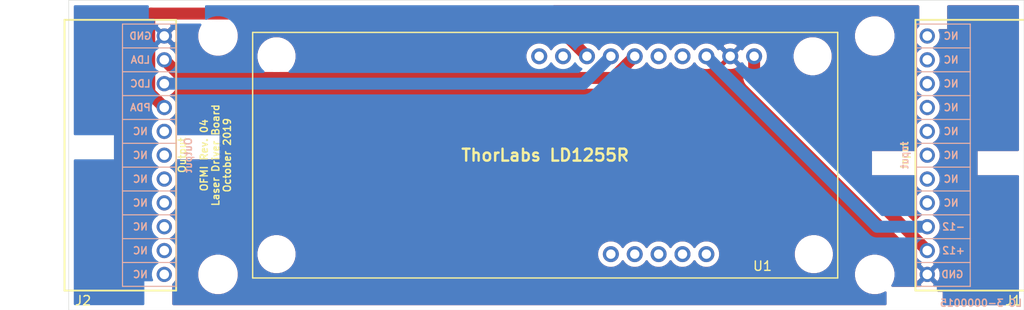
<source format=kicad_pcb>
(kicad_pcb (version 20171130) (host pcbnew "(5.1.2)-1")

  (general
    (thickness 1.6)
    (drawings 63)
    (tracks 16)
    (zones 0)
    (modules 9)
    (nets 7)
  )

  (page A4)
  (layers
    (0 F.Cu signal hide)
    (31 B.Cu signal hide)
    (32 B.Adhes user)
    (33 F.Adhes user)
    (34 B.Paste user)
    (35 F.Paste user)
    (36 B.SilkS user)
    (37 F.SilkS user)
    (38 B.Mask user)
    (39 F.Mask user)
    (40 Dwgs.User user)
    (41 Cmts.User user)
    (42 Eco1.User user hide)
    (43 Eco2.User user hide)
    (44 Edge.Cuts user)
    (45 Margin user)
    (46 B.CrtYd user)
    (47 F.CrtYd user)
    (48 B.Fab user)
    (49 F.Fab user)
  )

  (setup
    (last_trace_width 0.1524)
    (user_trace_width 0.1524)
    (user_trace_width 0.3048)
    (user_trace_width 0.508)
    (user_trace_width 0.635)
    (user_trace_width 0.889)
    (user_trace_width 1.27)
    (user_trace_width 2.54)
    (trace_clearance 0.1524)
    (zone_clearance 0.508)
    (zone_45_only no)
    (trace_min 0.1524)
    (via_size 0.508)
    (via_drill 0.254)
    (via_min_size 0.508)
    (via_min_drill 0.254)
    (user_via 0.508 0.254)
    (user_via 1.016 0.508)
    (uvia_size 0.508)
    (uvia_drill 0.254)
    (uvias_allowed no)
    (uvia_min_size 0.508)
    (uvia_min_drill 0.254)
    (edge_width 0.05)
    (segment_width 0.2)
    (pcb_text_width 0.3)
    (pcb_text_size 1.5 1.5)
    (mod_edge_width 0.12)
    (mod_text_size 1 1)
    (mod_text_width 0.15)
    (pad_size 1.524 1.524)
    (pad_drill 0.762)
    (pad_to_mask_clearance 0.051)
    (solder_mask_min_width 0.25)
    (aux_axis_origin 0 0)
    (visible_elements 7FFFFFFF)
    (pcbplotparams
      (layerselection 0x010fc_ffffffff)
      (usegerberextensions false)
      (usegerberattributes false)
      (usegerberadvancedattributes false)
      (creategerberjobfile false)
      (excludeedgelayer true)
      (linewidth 0.100000)
      (plotframeref false)
      (viasonmask false)
      (mode 1)
      (useauxorigin false)
      (hpglpennumber 1)
      (hpglpenspeed 20)
      (hpglpendiameter 15.000000)
      (psnegative false)
      (psa4output false)
      (plotreference true)
      (plotvalue true)
      (plotinvisibletext false)
      (padsonsilk false)
      (subtractmaskfromsilk false)
      (outputformat 1)
      (mirror false)
      (drillshape 0)
      (scaleselection 1)
      (outputdirectory "../../Production/GERBERS/"))
  )

  (net 0 "")
  (net 1 GND)
  (net 2 +12V)
  (net 3 -12V)
  (net 4 PDA)
  (net 5 LDC)
  (net 6 LDA)

  (net_class Default "This is the default net class."
    (clearance 0.1524)
    (trace_width 0.1524)
    (via_dia 0.508)
    (via_drill 0.254)
    (uvia_dia 0.508)
    (uvia_drill 0.254)
    (diff_pair_width 0.1524)
    (diff_pair_gap 0.254)
    (add_net +12V)
    (add_net -12V)
    (add_net GND)
    (add_net LDA)
    (add_net LDC)
    (add_net PDA)
  )

  (module Mounting_Holes:MountingHole_3.2mm_M3_DIN965 (layer F.Cu) (tedit 56D1B4CB) (tstamp 5DB78A35)
    (at 142.875 105.41)
    (descr "Mounting Hole 3.2mm, no annular, M3, DIN965")
    (tags "mounting hole 3.2mm no annular m3 din965")
    (path /5DD81996)
    (attr virtual)
    (fp_text reference H1 (at 0 -3.8) (layer F.SilkS) hide
      (effects (font (size 1 1) (thickness 0.15)))
    )
    (fp_text value MountingHole (at 0 3.8) (layer F.Fab)
      (effects (font (size 1 1) (thickness 0.15)))
    )
    (fp_circle (center 0 0) (end 3.05 0) (layer F.CrtYd) (width 0.05))
    (fp_circle (center 0 0) (end 2.8 0) (layer Cmts.User) (width 0.15))
    (fp_text user %R (at 0.3 0) (layer F.Fab)
      (effects (font (size 1 1) (thickness 0.15)))
    )
    (pad 1 np_thru_hole circle (at 0 0) (size 3.2 3.2) (drill 3.2) (layers *.Cu *.Mask))
  )

  (module Mounting_Holes:MountingHole_3.2mm_M3_DIN965 (layer F.Cu) (tedit 56D1B4CB) (tstamp 5DB78A62)
    (at 142.875 80.01)
    (descr "Mounting Hole 3.2mm, no annular, M3, DIN965")
    (tags "mounting hole 3.2mm no annular m3 din965")
    (path /5DD81C43)
    (attr virtual)
    (fp_text reference H2 (at 0 -3.8) (layer F.SilkS) hide
      (effects (font (size 1 1) (thickness 0.15)))
    )
    (fp_text value MountingHole (at 0 3.8) (layer F.Fab)
      (effects (font (size 1 1) (thickness 0.15)))
    )
    (fp_text user %R (at 0.3 0) (layer F.Fab)
      (effects (font (size 1 1) (thickness 0.15)))
    )
    (fp_circle (center 0 0) (end 2.8 0) (layer Cmts.User) (width 0.15))
    (fp_circle (center 0 0) (end 3.05 0) (layer F.CrtYd) (width 0.05))
    (pad 1 np_thru_hole circle (at 0 0) (size 3.2 3.2) (drill 3.2) (layers *.Cu *.Mask))
  )

  (module Mounting_Holes:MountingHole_3.2mm_M3_DIN965 (layer F.Cu) (tedit 56D1B4CB) (tstamp 5DB7967F)
    (at 212.725 80.01)
    (descr "Mounting Hole 3.2mm, no annular, M3, DIN965")
    (tags "mounting hole 3.2mm no annular m3 din965")
    (path /5DD826BC)
    (attr virtual)
    (fp_text reference H3 (at 0 -3.8) (layer F.SilkS) hide
      (effects (font (size 1 1) (thickness 0.15)))
    )
    (fp_text value MountingHole (at 0 3.8) (layer F.Fab)
      (effects (font (size 1 1) (thickness 0.15)))
    )
    (fp_circle (center 0 0) (end 3.05 0) (layer F.CrtYd) (width 0.05))
    (fp_circle (center 0 0) (end 2.8 0) (layer Cmts.User) (width 0.15))
    (fp_text user %R (at 0.3 0) (layer F.Fab)
      (effects (font (size 1 1) (thickness 0.15)))
    )
    (pad 1 np_thru_hole circle (at 0 0) (size 3.2 3.2) (drill 3.2) (layers *.Cu *.Mask))
  )

  (module Mounting_Holes:MountingHole_3.2mm_M3_DIN965 (layer F.Cu) (tedit 56D1B4CB) (tstamp 5DB7966A)
    (at 212.725 105.41)
    (descr "Mounting Hole 3.2mm, no annular, M3, DIN965")
    (tags "mounting hole 3.2mm no annular m3 din965")
    (path /5DD826C4)
    (attr virtual)
    (fp_text reference H4 (at 0 -3.8) (layer F.SilkS) hide
      (effects (font (size 1 1) (thickness 0.15)))
    )
    (fp_text value MountingHole (at 0 3.8) (layer F.Fab)
      (effects (font (size 1 1) (thickness 0.15)))
    )
    (fp_text user %R (at 0.3 0) (layer F.Fab)
      (effects (font (size 1 1) (thickness 0.15)))
    )
    (fp_circle (center 0 0) (end 2.8 0) (layer Cmts.User) (width 0.15))
    (fp_circle (center 0 0) (end 3.05 0) (layer F.CrtYd) (width 0.05))
    (pad 1 np_thru_hole circle (at 0 0) (size 3.2 3.2) (drill 3.2) (layers *.Cu *.Mask))
  )

  (module lib_fp:SAMTEC-TSW-111-08-X-S-RA (layer F.Cu) (tedit 0) (tstamp 5DB7A4BE)
    (at 221.361 92.71 90)
    (descr "translated Allegro footprint")
    (path /5DD7F489)
    (fp_text reference J1 (at -15.494 6.096 180) (layer F.SilkS)
      (effects (font (size 0.999998 0.999998) (thickness 0.14986)))
    )
    (fp_text value Input (at -0.127 -5.08 90) (layer F.SilkS) hide
      (effects (font (size 0.5 0.5) (thickness 0.05)))
    )
    (fp_line (start -14.671 1.27) (end -20.894 1.27) (layer Eco2.User) (width 0.1))
    (fp_line (start -20.193 0.318) (end -20.193 1.27) (layer Eco2.User) (width 0.1))
    (fp_line (start -20.352 0.635) (end -20.193 1.27) (layer Eco2.User) (width 0.1))
    (fp_line (start -20.193 1.27) (end -20.034 0.635) (layer Eco2.User) (width 0.1))
    (fp_line (start -20.034 0.635) (end -20.193 0.762) (layer Eco2.User) (width 0.1))
    (fp_line (start -20.193 0.762) (end -20.352 0.635) (layer Eco2.User) (width 0.1))
    (fp_line (start -20.193 1.27) (end -20.114 0.698) (layer Eco2.User) (width 0.1))
    (fp_line (start -20.114 0.698) (end -20.193 0.762) (layer Eco2.User) (width 0.1))
    (fp_line (start -20.193 0.762) (end -20.193 1.27) (layer Eco2.User) (width 0.1))
    (fp_line (start -20.193 1.27) (end -20.272 0.698) (layer Eco2.User) (width 0.1))
    (fp_line (start -20.272 0.698) (end -20.352 0.635) (layer Eco2.User) (width 0.1))
    (fp_line (start -20.193 -0.318) (end -20.193 -1.27) (layer Eco2.User) (width 0.1))
    (fp_line (start -20.034 -0.635) (end -20.193 -1.27) (layer Eco2.User) (width 0.1))
    (fp_line (start -20.193 -1.27) (end -20.352 -0.635) (layer Eco2.User) (width 0.1))
    (fp_line (start -20.352 -0.635) (end -20.193 -0.762) (layer Eco2.User) (width 0.1))
    (fp_line (start -20.193 -0.762) (end -20.034 -0.635) (layer Eco2.User) (width 0.1))
    (fp_line (start -20.193 -1.27) (end -20.272 -0.698) (layer Eco2.User) (width 0.1))
    (fp_line (start -20.272 -0.698) (end -20.193 -0.762) (layer Eco2.User) (width 0.1))
    (fp_line (start -20.193 -0.762) (end -20.193 -1.27) (layer Eco2.User) (width 0.1))
    (fp_line (start -20.193 -1.27) (end -20.114 -0.698) (layer Eco2.User) (width 0.1))
    (fp_line (start -20.114 -0.698) (end -20.034 -0.635) (layer Eco2.User) (width 0.1))
    (fp_line (start -14.671 -1.27) (end -20.894 -1.27) (layer Eco2.User) (width 0.1))
    (fp_poly (pts (xy -15.24 -0.508) (xy -15.24 -5.588) (xy 15.24 -5.588) (xy 15.24 -0.508)
      (xy -15.24 -0.508)) (layer Eco2.User) (width 0))
    (fp_poly (pts (xy -14.655 7.797) (xy -14.655 -4.544) (xy 14.655 -4.544) (xy 14.655 7.797)
      (xy -14.655 7.797)) (layer Eco1.User) (width 0))
    (fp_line (start -13.018 1.27) (end -13.018 6.807) (layer Eco2.User) (width 0.1))
    (fp_line (start -13.018 6.807) (end -12.842 7.112) (layer Eco2.User) (width 0.1))
    (fp_line (start -12.842 7.112) (end -12.558 7.112) (layer Eco2.User) (width 0.1))
    (fp_line (start -12.558 7.112) (end -12.382 6.807) (layer Eco2.User) (width 0.1))
    (fp_line (start -12.382 6.807) (end -12.382 1.27) (layer Eco2.User) (width 0.1))
    (fp_line (start -14.42 -4.309) (end -14.42 7.562) (layer F.SilkS) (width 0.2))
    (fp_line (start -14.42 -4.309) (end -14.42 7.562) (layer Eco2.User) (width 0.1))
    (fp_line (start -14.42 7.562) (end 14.42 7.562) (layer F.SilkS) (width 0.2))
    (fp_line (start -14.42 7.562) (end 14.42 7.562) (layer Eco2.User) (width 0.1))
    (fp_line (start 14.42 7.562) (end 14.42 -4.309) (layer F.SilkS) (width 0.2))
    (fp_line (start 14.42 7.562) (end 14.42 -4.309) (layer Eco2.User) (width 0.1))
    (fp_line (start 14.42 -4.309) (end -14.42 -4.309) (layer F.SilkS) (width 0.2))
    (fp_line (start 14.42 -4.309) (end -14.42 -4.309) (layer Eco2.User) (width 0.1))
    (fp_line (start -13.97 1.971) (end -13.97 6.035) (layer Eco2.User) (width 0.1))
    (fp_line (start -0.991 5.334) (end -13.97 5.334) (layer Eco2.User) (width 0.1))
    (fp_line (start -13.335 5.175) (end -13.97 5.334) (layer Eco2.User) (width 0.1))
    (fp_line (start -13.97 5.334) (end -13.335 5.493) (layer Eco2.User) (width 0.1))
    (fp_line (start -13.335 5.493) (end -13.462 5.334) (layer Eco2.User) (width 0.1))
    (fp_line (start -13.462 5.334) (end -13.335 5.175) (layer Eco2.User) (width 0.1))
    (fp_line (start -13.97 5.334) (end -13.398 5.413) (layer Eco2.User) (width 0.1))
    (fp_line (start -13.398 5.413) (end -13.462 5.334) (layer Eco2.User) (width 0.1))
    (fp_line (start -13.462 5.334) (end -13.97 5.334) (layer Eco2.User) (width 0.1))
    (fp_line (start -13.97 5.334) (end -13.398 5.255) (layer Eco2.User) (width 0.1))
    (fp_line (start -13.398 5.255) (end -13.335 5.175) (layer Eco2.User) (width 0.1))
    (fp_line (start -12.382 -0.762) (end -12.382 -3.112) (layer Eco2.User) (width 0.1))
    (fp_line (start -12.382 -3.112) (end -13.018 -3.112) (layer Eco2.User) (width 0.1))
    (fp_line (start -13.018 -3.112) (end -13.018 -0.762) (layer Eco2.User) (width 0.1))
    (fp_line (start -13.97 1.27) (end -13.97 -0.762) (layer Eco2.User) (width 0.1))
    (fp_line (start -13.97 -0.762) (end -13.718 -0.762) (layer Eco2.User) (width 0.1))
    (fp_line (start -13.718 -0.762) (end -13.719 -1.27) (layer Eco2.User) (width 0.1))
    (fp_line (start -13.719 -1.27) (end -13.287 -1.27) (layer Eco2.User) (width 0.1))
    (fp_line (start -13.287 -1.27) (end -13.287 -0.762) (layer Eco2.User) (width 0.1))
    (fp_line (start -13.287 -0.762) (end -12.113 -0.762) (layer Eco2.User) (width 0.1))
    (fp_line (start -12.113 -0.762) (end -12.113 -1.27) (layer Eco2.User) (width 0.1))
    (fp_line (start -12.113 -1.27) (end -11.684 -1.27) (layer Eco2.User) (width 0.1))
    (fp_line (start -11.684 -1.27) (end -11.684 -0.762) (layer Eco2.User) (width 0.1))
    (fp_line (start -11.43 -0.508) (end -11.684 -0.762) (layer Eco2.User) (width 0.1))
    (fp_line (start -11.43 1.016) (end -11.684 1.27) (layer Eco2.User) (width 0.1))
    (fp_line (start -11.684 1.27) (end -13.97 1.27) (layer Eco2.User) (width 0.1))
    (fp_line (start -11.43 -0.508) (end -11.176 -0.762) (layer Eco2.User) (width 0.1))
    (fp_line (start -11.176 -0.762) (end -11.176 -1.27) (layer Eco2.User) (width 0.1))
    (fp_line (start -11.176 -1.27) (end -10.747 -1.27) (layer Eco2.User) (width 0.1))
    (fp_line (start -10.747 -1.27) (end -10.747 -0.762) (layer Eco2.User) (width 0.1))
    (fp_line (start -10.747 -0.762) (end -9.573 -0.762) (layer Eco2.User) (width 0.1))
    (fp_line (start -9.573 -0.762) (end -9.573 -1.27) (layer Eco2.User) (width 0.1))
    (fp_line (start -9.573 -1.27) (end -9.143 -1.27) (layer Eco2.User) (width 0.1))
    (fp_line (start -9.143 -1.27) (end -9.144 -0.762) (layer Eco2.User) (width 0.1))
    (fp_line (start -9.144 -0.762) (end -8.89 -0.508) (layer Eco2.User) (width 0.1))
    (fp_line (start -8.89 1.016) (end -9.144 1.27) (layer Eco2.User) (width 0.1))
    (fp_line (start -9.144 1.27) (end -11.176 1.27) (layer Eco2.User) (width 0.1))
    (fp_line (start -11.176 1.27) (end -11.43 1.016) (layer Eco2.User) (width 0.1))
    (fp_line (start -12.7 -3.749) (end -12.7 -5.527) (layer Eco2.User) (width 0.1))
    (fp_line (start -12.7 -3.749) (end -12.7 -6.607) (layer Eco2.User) (width 0.1))
    (fp_line (start -13.754 -4.826) (end -12.7 -4.826) (layer Eco2.User) (width 0.1))
    (fp_line (start -12.065 -4.985) (end -12.7 -4.826) (layer Eco2.User) (width 0.1))
    (fp_line (start -12.7 -4.826) (end -12.065 -4.667) (layer Eco2.User) (width 0.1))
    (fp_line (start -12.065 -4.667) (end -12.192 -4.826) (layer Eco2.User) (width 0.1))
    (fp_line (start -12.192 -4.826) (end -12.065 -4.985) (layer Eco2.User) (width 0.1))
    (fp_line (start -12.7 -4.826) (end -12.128 -4.747) (layer Eco2.User) (width 0.1))
    (fp_line (start -12.128 -4.747) (end -12.192 -4.826) (layer Eco2.User) (width 0.1))
    (fp_line (start -12.192 -4.826) (end -12.7 -4.826) (layer Eco2.User) (width 0.1))
    (fp_line (start -12.7 -4.826) (end -12.128 -4.905) (layer Eco2.User) (width 0.1))
    (fp_line (start -12.128 -4.905) (end -12.065 -4.985) (layer Eco2.User) (width 0.1))
    (fp_line (start -12.7 -4.826) (end -10.16 -4.826) (layer Eco2.User) (width 0.1))
    (fp_line (start -0.991 -5.906) (end -12.7 -5.906) (layer Eco2.User) (width 0.1))
    (fp_line (start -12.065 -6.064) (end -12.7 -5.906) (layer Eco2.User) (width 0.1))
    (fp_line (start -12.7 -5.906) (end -12.065 -5.747) (layer Eco2.User) (width 0.1))
    (fp_line (start -12.065 -5.747) (end -12.192 -5.906) (layer Eco2.User) (width 0.1))
    (fp_line (start -12.192 -5.906) (end -12.065 -6.064) (layer Eco2.User) (width 0.1))
    (fp_line (start -12.7 -5.906) (end -12.128 -5.826) (layer Eco2.User) (width 0.1))
    (fp_line (start -12.128 -5.826) (end -12.192 -5.906) (layer Eco2.User) (width 0.1))
    (fp_line (start -12.192 -5.906) (end -12.7 -5.906) (layer Eco2.User) (width 0.1))
    (fp_line (start -12.7 -5.906) (end -12.128 -5.985) (layer Eco2.User) (width 0.1))
    (fp_line (start -12.128 -5.985) (end -12.065 -6.064) (layer Eco2.User) (width 0.1))
    (fp_line (start -10.478 1.27) (end -10.478 6.807) (layer Eco2.User) (width 0.1))
    (fp_line (start -10.478 6.807) (end -10.302 7.112) (layer Eco2.User) (width 0.1))
    (fp_line (start -10.302 7.112) (end -10.018 7.112) (layer Eco2.User) (width 0.1))
    (fp_line (start -10.018 7.112) (end -9.842 6.807) (layer Eco2.User) (width 0.1))
    (fp_line (start -9.842 6.807) (end -9.842 1.27) (layer Eco2.User) (width 0.1))
    (fp_line (start -7.938 1.27) (end -7.938 6.807) (layer Eco2.User) (width 0.1))
    (fp_line (start -7.938 6.807) (end -7.762 7.112) (layer Eco2.User) (width 0.1))
    (fp_line (start -7.762 7.112) (end -7.478 7.112) (layer Eco2.User) (width 0.1))
    (fp_line (start -7.478 7.112) (end -7.302 6.807) (layer Eco2.User) (width 0.1))
    (fp_line (start -7.302 6.807) (end -7.302 1.27) (layer Eco2.User) (width 0.1))
    (fp_line (start -9.842 -0.762) (end -9.842 -3.112) (layer Eco2.User) (width 0.1))
    (fp_line (start -9.842 -3.112) (end -10.478 -3.112) (layer Eco2.User) (width 0.1))
    (fp_line (start -10.478 -3.112) (end -10.478 -0.762) (layer Eco2.User) (width 0.1))
    (fp_line (start -7.302 -0.762) (end -7.302 -3.112) (layer Eco2.User) (width 0.1))
    (fp_line (start -7.302 -3.112) (end -7.938 -3.112) (layer Eco2.User) (width 0.1))
    (fp_line (start -7.938 -3.112) (end -7.938 -0.762) (layer Eco2.User) (width 0.1))
    (fp_line (start -8.89 -0.508) (end -8.636 -0.762) (layer Eco2.User) (width 0.1))
    (fp_line (start -8.636 -0.762) (end -8.636 -1.27) (layer Eco2.User) (width 0.1))
    (fp_line (start -8.636 -1.27) (end -8.207 -1.27) (layer Eco2.User) (width 0.1))
    (fp_line (start -8.207 -1.27) (end -8.207 -0.762) (layer Eco2.User) (width 0.1))
    (fp_line (start -8.207 -0.762) (end -7.033 -0.762) (layer Eco2.User) (width 0.1))
    (fp_line (start -7.033 -0.762) (end -7.033 -1.27) (layer Eco2.User) (width 0.1))
    (fp_line (start -7.033 -1.27) (end -6.603 -1.27) (layer Eco2.User) (width 0.1))
    (fp_line (start -6.603 -1.27) (end -6.604 -0.762) (layer Eco2.User) (width 0.1))
    (fp_line (start -6.604 -0.762) (end -6.35 -0.508) (layer Eco2.User) (width 0.1))
    (fp_line (start -6.35 1.016) (end -6.604 1.27) (layer Eco2.User) (width 0.1))
    (fp_line (start -6.604 1.27) (end -8.636 1.27) (layer Eco2.User) (width 0.1))
    (fp_line (start -8.636 1.27) (end -8.89 1.016) (layer Eco2.User) (width 0.1))
    (fp_line (start -10.16 -3.749) (end -10.16 -5.527) (layer Eco2.User) (width 0.1))
    (fp_line (start -10.795 -4.667) (end -10.16 -4.826) (layer Eco2.User) (width 0.1))
    (fp_line (start -10.16 -4.826) (end -10.795 -4.985) (layer Eco2.User) (width 0.1))
    (fp_line (start -10.795 -4.985) (end -10.668 -4.826) (layer Eco2.User) (width 0.1))
    (fp_line (start -10.668 -4.826) (end -10.795 -4.667) (layer Eco2.User) (width 0.1))
    (fp_line (start -10.16 -4.826) (end -10.732 -4.905) (layer Eco2.User) (width 0.1))
    (fp_line (start -10.732 -4.905) (end -10.668 -4.826) (layer Eco2.User) (width 0.1))
    (fp_line (start -10.668 -4.826) (end -10.16 -4.826) (layer Eco2.User) (width 0.1))
    (fp_line (start -10.16 -4.826) (end -10.732 -4.747) (layer Eco2.User) (width 0.1))
    (fp_line (start -10.732 -4.747) (end -10.795 -4.667) (layer Eco2.User) (width 0.1))
    (fp_line (start -5.398 1.27) (end -5.398 6.807) (layer Eco2.User) (width 0.1))
    (fp_line (start -5.398 6.807) (end -5.222 7.112) (layer Eco2.User) (width 0.1))
    (fp_line (start -5.222 7.112) (end -4.938 7.112) (layer Eco2.User) (width 0.1))
    (fp_line (start -4.938 7.112) (end -4.762 6.807) (layer Eco2.User) (width 0.1))
    (fp_line (start -4.762 6.807) (end -4.762 1.27) (layer Eco2.User) (width 0.1))
    (fp_line (start -4.762 -0.762) (end -4.762 -3.112) (layer Eco2.User) (width 0.1))
    (fp_line (start -4.762 -3.112) (end -5.398 -3.112) (layer Eco2.User) (width 0.1))
    (fp_line (start -5.398 -3.112) (end -5.398 -0.762) (layer Eco2.User) (width 0.1))
    (fp_line (start -6.35 -0.508) (end -6.096 -0.762) (layer Eco2.User) (width 0.1))
    (fp_line (start -6.096 -0.762) (end -6.096 -1.27) (layer Eco2.User) (width 0.1))
    (fp_line (start -6.096 -1.27) (end -5.667 -1.27) (layer Eco2.User) (width 0.1))
    (fp_line (start -5.667 -1.27) (end -5.667 -0.762) (layer Eco2.User) (width 0.1))
    (fp_line (start -5.667 -0.762) (end -4.493 -0.762) (layer Eco2.User) (width 0.1))
    (fp_line (start -4.493 -0.762) (end -4.493 -1.27) (layer Eco2.User) (width 0.1))
    (fp_line (start -4.493 -1.27) (end -4.063 -1.27) (layer Eco2.User) (width 0.1))
    (fp_line (start -4.063 -1.27) (end -4.064 -0.762) (layer Eco2.User) (width 0.1))
    (fp_line (start -4.064 -0.762) (end -3.81 -0.508) (layer Eco2.User) (width 0.1))
    (fp_line (start -3.81 1.016) (end -4.064 1.27) (layer Eco2.User) (width 0.1))
    (fp_line (start -4.064 1.27) (end -6.096 1.27) (layer Eco2.User) (width 0.1))
    (fp_line (start -6.096 1.27) (end -6.35 1.016) (layer Eco2.User) (width 0.1))
    (fp_line (start -3.81 -0.508) (end -3.556 -0.762) (layer Eco2.User) (width 0.1))
    (fp_line (start -3.556 -0.762) (end -3.556 -1.27) (layer Eco2.User) (width 0.1))
    (fp_line (start -3.556 -1.27) (end -3.127 -1.27) (layer Eco2.User) (width 0.1))
    (fp_line (start -3.127 -1.27) (end -3.127 -0.762) (layer Eco2.User) (width 0.1))
    (fp_line (start -3.127 -0.762) (end -1.953 -0.762) (layer Eco2.User) (width 0.1))
    (fp_line (start -1.953 -0.762) (end -1.953 -1.27) (layer Eco2.User) (width 0.1))
    (fp_line (start -1.953 -1.27) (end -1.523 -1.27) (layer Eco2.User) (width 0.1))
    (fp_line (start -1.523 -1.27) (end -1.524 -0.762) (layer Eco2.User) (width 0.1))
    (fp_line (start -1.524 -0.762) (end -1.27 -0.508) (layer Eco2.User) (width 0.1))
    (fp_line (start -1.27 1.016) (end -1.524 1.27) (layer Eco2.User) (width 0.1))
    (fp_line (start -1.524 1.27) (end -3.556 1.27) (layer Eco2.User) (width 0.1))
    (fp_line (start -3.556 1.27) (end -3.81 1.016) (layer Eco2.User) (width 0.1))
    (fp_line (start -2.858 1.27) (end -2.858 6.807) (layer Eco2.User) (width 0.1))
    (fp_line (start -2.858 6.807) (end -2.682 7.112) (layer Eco2.User) (width 0.1))
    (fp_line (start -2.682 7.112) (end -2.398 7.112) (layer Eco2.User) (width 0.1))
    (fp_line (start -2.398 7.112) (end -2.222 6.807) (layer Eco2.User) (width 0.1))
    (fp_line (start -2.222 6.807) (end -2.222 1.27) (layer Eco2.User) (width 0.1))
    (fp_line (start -0.318 1.27) (end -0.318 6.807) (layer Eco2.User) (width 0.1))
    (fp_line (start -0.318 6.807) (end -0.142 7.112) (layer Eco2.User) (width 0.1))
    (fp_line (start -0.142 7.112) (end 0.142 7.112) (layer Eco2.User) (width 0.1))
    (fp_line (start 0.142 7.112) (end 0.318 6.807) (layer Eco2.User) (width 0.1))
    (fp_line (start 0.318 6.807) (end 0.318 1.27) (layer Eco2.User) (width 0.1))
    (fp_line (start -2.222 -0.762) (end -2.222 -3.112) (layer Eco2.User) (width 0.1))
    (fp_line (start -2.222 -3.112) (end -2.858 -3.112) (layer Eco2.User) (width 0.1))
    (fp_line (start -2.858 -3.112) (end -2.858 -0.762) (layer Eco2.User) (width 0.1))
    (fp_line (start 0.318 -0.762) (end 0.318 -3.112) (layer Eco2.User) (width 0.1))
    (fp_line (start 0.318 -3.112) (end -0.318 -3.112) (layer Eco2.User) (width 0.1))
    (fp_line (start -0.318 -3.112) (end -0.318 -0.762) (layer Eco2.User) (width 0.1))
    (fp_line (start -1.27 -0.508) (end -1.016 -0.762) (layer Eco2.User) (width 0.1))
    (fp_line (start -1.016 -0.762) (end -1.016 -1.27) (layer Eco2.User) (width 0.1))
    (fp_line (start -1.016 -1.27) (end -0.587 -1.27) (layer Eco2.User) (width 0.1))
    (fp_line (start -0.587 -1.27) (end -0.587 -0.762) (layer Eco2.User) (width 0.1))
    (fp_line (start -0.587 -0.762) (end 0.587 -0.762) (layer Eco2.User) (width 0.1))
    (fp_line (start 0.587 -0.762) (end 0.587 -1.27) (layer Eco2.User) (width 0.1))
    (fp_line (start 0.587 -1.27) (end 1.017 -1.27) (layer Eco2.User) (width 0.1))
    (fp_line (start 1.017 -1.27) (end 1.016 -0.762) (layer Eco2.User) (width 0.1))
    (fp_line (start 1.016 -0.762) (end 1.27 -0.508) (layer Eco2.User) (width 0.1))
    (fp_line (start 1.27 1.016) (end 1.016 1.27) (layer Eco2.User) (width 0.1))
    (fp_line (start 1.016 1.27) (end -1.016 1.27) (layer Eco2.User) (width 0.1))
    (fp_line (start -1.016 1.27) (end -1.27 1.016) (layer Eco2.User) (width 0.1))
    (fp_line (start 2.222 1.27) (end 2.222 6.807) (layer Eco2.User) (width 0.1))
    (fp_line (start 2.222 6.807) (end 2.398 7.112) (layer Eco2.User) (width 0.1))
    (fp_line (start 2.398 7.112) (end 2.682 7.112) (layer Eco2.User) (width 0.1))
    (fp_line (start 2.682 7.112) (end 2.858 6.807) (layer Eco2.User) (width 0.1))
    (fp_line (start 2.858 6.807) (end 2.858 1.27) (layer Eco2.User) (width 0.1))
    (fp_line (start 0.991 5.334) (end 13.97 5.334) (layer Eco2.User) (width 0.1))
    (fp_line (start 2.858 -0.762) (end 2.858 -3.112) (layer Eco2.User) (width 0.1))
    (fp_line (start 2.858 -3.112) (end 2.222 -3.112) (layer Eco2.User) (width 0.1))
    (fp_line (start 2.222 -3.112) (end 2.222 -0.762) (layer Eco2.User) (width 0.1))
    (fp_line (start 1.27 -0.508) (end 1.524 -0.762) (layer Eco2.User) (width 0.1))
    (fp_line (start 1.524 -0.762) (end 1.524 -1.27) (layer Eco2.User) (width 0.1))
    (fp_line (start 1.524 -1.27) (end 1.953 -1.27) (layer Eco2.User) (width 0.1))
    (fp_line (start 1.953 -1.27) (end 1.953 -0.762) (layer Eco2.User) (width 0.1))
    (fp_line (start 1.953 -0.762) (end 3.127 -0.762) (layer Eco2.User) (width 0.1))
    (fp_line (start 3.127 -0.762) (end 3.127 -1.27) (layer Eco2.User) (width 0.1))
    (fp_line (start 3.127 -1.27) (end 3.557 -1.27) (layer Eco2.User) (width 0.1))
    (fp_line (start 3.557 -1.27) (end 3.556 -0.762) (layer Eco2.User) (width 0.1))
    (fp_line (start 3.556 -0.762) (end 3.81 -0.508) (layer Eco2.User) (width 0.1))
    (fp_line (start 3.81 1.016) (end 3.556 1.27) (layer Eco2.User) (width 0.1))
    (fp_line (start 3.556 1.27) (end 1.524 1.27) (layer Eco2.User) (width 0.1))
    (fp_line (start 1.524 1.27) (end 1.27 1.016) (layer Eco2.User) (width 0.1))
    (fp_line (start 0.991 -5.906) (end 12.7 -5.906) (layer Eco2.User) (width 0.1))
    (fp_line (start 4.762 1.27) (end 4.762 6.807) (layer Eco2.User) (width 0.1))
    (fp_line (start 4.762 6.807) (end 4.938 7.112) (layer Eco2.User) (width 0.1))
    (fp_line (start 4.938 7.112) (end 5.222 7.112) (layer Eco2.User) (width 0.1))
    (fp_line (start 5.222 7.112) (end 5.398 6.807) (layer Eco2.User) (width 0.1))
    (fp_line (start 5.398 6.807) (end 5.398 1.27) (layer Eco2.User) (width 0.1))
    (fp_line (start 5.398 -0.762) (end 5.398 -3.112) (layer Eco2.User) (width 0.1))
    (fp_line (start 5.398 -3.112) (end 4.762 -3.112) (layer Eco2.User) (width 0.1))
    (fp_line (start 4.762 -3.112) (end 4.762 -0.762) (layer Eco2.User) (width 0.1))
    (fp_line (start 3.81 -0.508) (end 4.064 -0.762) (layer Eco2.User) (width 0.1))
    (fp_line (start 4.064 -0.762) (end 4.064 -1.27) (layer Eco2.User) (width 0.1))
    (fp_line (start 4.064 -1.27) (end 4.493 -1.27) (layer Eco2.User) (width 0.1))
    (fp_line (start 4.493 -1.27) (end 4.493 -0.762) (layer Eco2.User) (width 0.1))
    (fp_line (start 4.493 -0.762) (end 5.667 -0.762) (layer Eco2.User) (width 0.1))
    (fp_line (start 5.667 -0.762) (end 5.667 -1.27) (layer Eco2.User) (width 0.1))
    (fp_line (start 5.667 -1.27) (end 6.097 -1.27) (layer Eco2.User) (width 0.1))
    (fp_line (start 6.097 -1.27) (end 6.096 -0.762) (layer Eco2.User) (width 0.1))
    (fp_line (start 6.096 -0.762) (end 6.35 -0.508) (layer Eco2.User) (width 0.1))
    (fp_line (start 6.35 1.016) (end 6.096 1.27) (layer Eco2.User) (width 0.1))
    (fp_line (start 6.096 1.27) (end 4.064 1.27) (layer Eco2.User) (width 0.1))
    (fp_line (start 4.064 1.27) (end 3.81 1.016) (layer Eco2.User) (width 0.1))
    (fp_line (start 6.35 -0.508) (end 6.604 -0.762) (layer Eco2.User) (width 0.1))
    (fp_line (start 6.604 -0.762) (end 6.604 -1.27) (layer Eco2.User) (width 0.1))
    (fp_line (start 6.604 -1.27) (end 7.033 -1.27) (layer Eco2.User) (width 0.1))
    (fp_line (start 7.033 -1.27) (end 7.033 -0.762) (layer Eco2.User) (width 0.1))
    (fp_line (start 7.033 -0.762) (end 8.207 -0.762) (layer Eco2.User) (width 0.1))
    (fp_line (start 8.207 -0.762) (end 8.207 -1.27) (layer Eco2.User) (width 0.1))
    (fp_line (start 8.207 -1.27) (end 8.637 -1.27) (layer Eco2.User) (width 0.1))
    (fp_line (start 8.637 -1.27) (end 8.636 -0.762) (layer Eco2.User) (width 0.1))
    (fp_line (start 8.636 -0.762) (end 8.89 -0.508) (layer Eco2.User) (width 0.1))
    (fp_line (start 8.89 1.016) (end 8.636 1.27) (layer Eco2.User) (width 0.1))
    (fp_line (start 8.636 1.27) (end 6.604 1.27) (layer Eco2.User) (width 0.1))
    (fp_line (start 6.604 1.27) (end 6.35 1.016) (layer Eco2.User) (width 0.1))
    (fp_line (start 7.302 1.27) (end 7.302 6.807) (layer Eco2.User) (width 0.1))
    (fp_line (start 7.302 6.807) (end 7.478 7.112) (layer Eco2.User) (width 0.1))
    (fp_line (start 7.478 7.112) (end 7.762 7.112) (layer Eco2.User) (width 0.1))
    (fp_line (start 7.762 7.112) (end 7.938 6.807) (layer Eco2.User) (width 0.1))
    (fp_line (start 7.938 6.807) (end 7.938 1.27) (layer Eco2.User) (width 0.1))
    (fp_line (start 9.842 1.27) (end 9.842 6.807) (layer Eco2.User) (width 0.1))
    (fp_line (start 9.842 6.807) (end 10.018 7.112) (layer Eco2.User) (width 0.1))
    (fp_line (start 10.018 7.112) (end 10.302 7.112) (layer Eco2.User) (width 0.1))
    (fp_line (start 10.302 7.112) (end 10.478 6.807) (layer Eco2.User) (width 0.1))
    (fp_line (start 10.478 6.807) (end 10.478 1.27) (layer Eco2.User) (width 0.1))
    (fp_line (start 7.938 -0.762) (end 7.938 -3.112) (layer Eco2.User) (width 0.1))
    (fp_line (start 7.938 -3.112) (end 7.302 -3.112) (layer Eco2.User) (width 0.1))
    (fp_line (start 7.302 -3.112) (end 7.302 -0.762) (layer Eco2.User) (width 0.1))
    (fp_line (start 10.478 -0.762) (end 10.478 -3.112) (layer Eco2.User) (width 0.1))
    (fp_line (start 10.478 -3.112) (end 9.842 -3.112) (layer Eco2.User) (width 0.1))
    (fp_line (start 9.842 -3.112) (end 9.842 -0.762) (layer Eco2.User) (width 0.1))
    (fp_line (start 8.89 -0.508) (end 9.144 -0.762) (layer Eco2.User) (width 0.1))
    (fp_line (start 9.144 -0.762) (end 9.144 -1.27) (layer Eco2.User) (width 0.1))
    (fp_line (start 9.144 -1.27) (end 9.573 -1.27) (layer Eco2.User) (width 0.1))
    (fp_line (start 9.573 -1.27) (end 9.573 -0.762) (layer Eco2.User) (width 0.1))
    (fp_line (start 9.573 -0.762) (end 10.747 -0.762) (layer Eco2.User) (width 0.1))
    (fp_line (start 10.747 -0.762) (end 10.747 -1.27) (layer Eco2.User) (width 0.1))
    (fp_line (start 10.747 -1.27) (end 11.177 -1.27) (layer Eco2.User) (width 0.1))
    (fp_line (start 11.177 -1.27) (end 11.176 -0.762) (layer Eco2.User) (width 0.1))
    (fp_line (start 11.176 -0.762) (end 11.43 -0.508) (layer Eco2.User) (width 0.1))
    (fp_line (start 11.43 1.016) (end 11.176 1.27) (layer Eco2.User) (width 0.1))
    (fp_line (start 11.176 1.27) (end 9.144 1.27) (layer Eco2.User) (width 0.1))
    (fp_line (start 9.144 1.27) (end 8.89 1.016) (layer Eco2.User) (width 0.1))
    (fp_line (start 12.382 1.27) (end 12.382 6.807) (layer Eco2.User) (width 0.1))
    (fp_line (start 12.382 6.807) (end 12.558 7.112) (layer Eco2.User) (width 0.1))
    (fp_line (start 12.558 7.112) (end 12.842 7.112) (layer Eco2.User) (width 0.1))
    (fp_line (start 12.842 7.112) (end 13.018 6.807) (layer Eco2.User) (width 0.1))
    (fp_line (start 13.018 6.807) (end 13.018 1.27) (layer Eco2.User) (width 0.1))
    (fp_line (start 13.97 1.971) (end 13.97 6.035) (layer Eco2.User) (width 0.1))
    (fp_line (start 13.335 5.493) (end 13.97 5.334) (layer Eco2.User) (width 0.1))
    (fp_line (start 13.97 5.334) (end 13.335 5.175) (layer Eco2.User) (width 0.1))
    (fp_line (start 13.335 5.175) (end 13.462 5.334) (layer Eco2.User) (width 0.1))
    (fp_line (start 13.462 5.334) (end 13.335 5.493) (layer Eco2.User) (width 0.1))
    (fp_line (start 13.97 5.334) (end 13.398 5.255) (layer Eco2.User) (width 0.1))
    (fp_line (start 13.398 5.255) (end 13.462 5.334) (layer Eco2.User) (width 0.1))
    (fp_line (start 13.462 5.334) (end 13.97 5.334) (layer Eco2.User) (width 0.1))
    (fp_line (start 13.97 5.334) (end 13.398 5.413) (layer Eco2.User) (width 0.1))
    (fp_line (start 13.398 5.413) (end 13.335 5.493) (layer Eco2.User) (width 0.1))
    (fp_line (start 13.97 1.27) (end 13.97 -0.762) (layer Eco2.User) (width 0.1))
    (fp_line (start 13.97 -0.762) (end 13.718 -0.762) (layer Eco2.User) (width 0.1))
    (fp_line (start 13.718 -0.762) (end 13.719 -1.27) (layer Eco2.User) (width 0.1))
    (fp_line (start 13.719 -1.27) (end 13.287 -1.27) (layer Eco2.User) (width 0.1))
    (fp_line (start 13.287 -1.27) (end 13.287 -0.762) (layer Eco2.User) (width 0.1))
    (fp_line (start 13.287 -0.762) (end 12.113 -0.762) (layer Eco2.User) (width 0.1))
    (fp_line (start 12.113 -0.762) (end 12.113 -1.27) (layer Eco2.User) (width 0.1))
    (fp_line (start 12.113 -1.27) (end 11.684 -1.27) (layer Eco2.User) (width 0.1))
    (fp_line (start 11.684 -1.27) (end 11.684 -0.762) (layer Eco2.User) (width 0.1))
    (fp_line (start 11.684 -0.762) (end 11.43 -0.508) (layer Eco2.User) (width 0.1))
    (fp_line (start 13.97 1.27) (end 11.684 1.27) (layer Eco2.User) (width 0.1))
    (fp_line (start 11.684 1.27) (end 11.43 1.016) (layer Eco2.User) (width 0.1))
    (fp_line (start 13.018 -0.762) (end 13.018 -3.112) (layer Eco2.User) (width 0.1))
    (fp_line (start 13.018 -3.112) (end 12.382 -3.112) (layer Eco2.User) (width 0.1))
    (fp_line (start 12.382 -3.112) (end 12.382 -0.762) (layer Eco2.User) (width 0.1))
    (fp_line (start 12.7 -3.749) (end 12.7 -6.607) (layer Eco2.User) (width 0.1))
    (fp_line (start 12.065 -5.747) (end 12.7 -5.906) (layer Eco2.User) (width 0.1))
    (fp_line (start 12.7 -5.906) (end 12.065 -6.064) (layer Eco2.User) (width 0.1))
    (fp_line (start 12.065 -6.064) (end 12.192 -5.906) (layer Eco2.User) (width 0.1))
    (fp_line (start 12.192 -5.906) (end 12.065 -5.747) (layer Eco2.User) (width 0.1))
    (fp_line (start 12.7 -5.906) (end 12.128 -5.985) (layer Eco2.User) (width 0.1))
    (fp_line (start 12.128 -5.985) (end 12.192 -5.906) (layer Eco2.User) (width 0.1))
    (fp_line (start 12.192 -5.906) (end 12.7 -5.906) (layer Eco2.User) (width 0.1))
    (fp_line (start 12.7 -5.906) (end 12.128 -5.826) (layer Eco2.User) (width 0.1))
    (fp_line (start 12.128 -5.826) (end 12.065 -5.747) (layer Eco2.User) (width 0.1))
    (fp_text user 2.540 (at -20.853 0.127 90) (layer Edge.Cuts)
      (effects (font (size 1 1) (thickness 0.05)))
    )
    (fp_text user 1 (at -15.79 -2.413 90) (layer Edge.Cuts)
      (effects (font (size 1 1) (thickness 0.05)))
    )
    (fp_text user 2.540 (at -15.265 -4.699 90) (layer Edge.Cuts)
      (effects (font (size 1 1) (thickness 0.05)))
    )
    (fp_text user 27.940 (at -0.8 5.461 90) (layer Edge.Cuts)
      (effects (font (size 1 1) (thickness 0.05)))
    )
    (fp_text user 25.400 (at -0.8 -5.778 90) (layer Edge.Cuts)
      (effects (font (size 1 1) (thickness 0.05)))
    )
    (fp_text user 11 (at 14.761 -2.413 90) (layer Edge.Cuts)
      (effects (font (size 1 1) (thickness 0.05)))
    )
    (fp_circle (center -12.7 -3.048) (end -11.839 -3.048) (layer F.Mask) (width 0.1))
    (fp_circle (center -12.7 -3.048) (end -11.839 -3.048) (layer B.Mask) (width 0.1))
    (fp_circle (center -10.16 -3.048) (end -9.299 -3.048) (layer F.Mask) (width 0.1))
    (fp_circle (center -10.16 -3.048) (end -9.299 -3.048) (layer B.Mask) (width 0.1))
    (fp_circle (center -7.62 -3.048) (end -6.759 -3.048) (layer F.Mask) (width 0.1))
    (fp_circle (center -7.62 -3.048) (end -6.759 -3.048) (layer B.Mask) (width 0.1))
    (fp_circle (center -5.08 -3.048) (end -4.219 -3.048) (layer F.Mask) (width 0.1))
    (fp_circle (center -5.08 -3.048) (end -4.219 -3.048) (layer B.Mask) (width 0.1))
    (fp_circle (center -2.54 -3.048) (end -1.679 -3.048) (layer F.Mask) (width 0.1))
    (fp_circle (center -2.54 -3.048) (end -1.679 -3.048) (layer B.Mask) (width 0.1))
    (fp_circle (center 0 -3.048) (end 0.861 -3.048) (layer F.Mask) (width 0.1))
    (fp_circle (center 0 -3.048) (end 0.861 -3.048) (layer B.Mask) (width 0.1))
    (fp_circle (center 2.54 -3.048) (end 3.401 -3.048) (layer F.Mask) (width 0.1))
    (fp_circle (center 2.54 -3.048) (end 3.401 -3.048) (layer B.Mask) (width 0.1))
    (fp_circle (center 5.08 -3.048) (end 5.941 -3.048) (layer F.Mask) (width 0.1))
    (fp_circle (center 5.08 -3.048) (end 5.941 -3.048) (layer B.Mask) (width 0.1))
    (fp_circle (center 7.62 -3.048) (end 8.481 -3.048) (layer F.Mask) (width 0.1))
    (fp_circle (center 7.62 -3.048) (end 8.481 -3.048) (layer B.Mask) (width 0.1))
    (fp_circle (center 10.16 -3.048) (end 11.021 -3.048) (layer F.Mask) (width 0.1))
    (fp_circle (center 10.16 -3.048) (end 11.021 -3.048) (layer B.Mask) (width 0.1))
    (fp_circle (center 12.7 -3.048) (end 13.561 -3.048) (layer F.Mask) (width 0.1))
    (fp_circle (center 12.7 -3.048) (end 13.561 -3.048) (layer B.Mask) (width 0.1))
    (pad 1 thru_hole circle (at -12.7 -3.048 90) (size 1.62 1.62) (drill 1.02) (layers *.Cu *.Mask)
      (net 1 GND))
    (pad 2 thru_hole circle (at -10.16 -3.048 90) (size 1.62 1.62) (drill 1.02) (layers *.Cu *.Mask)
      (net 2 +12V))
    (pad 3 thru_hole circle (at -7.62 -3.048 90) (size 1.62 1.62) (drill 1.02) (layers *.Cu *.Mask)
      (net 3 -12V))
    (pad 4 thru_hole circle (at -5.08 -3.048 90) (size 1.62 1.62) (drill 1.02) (layers *.Cu *.Mask))
    (pad 5 thru_hole circle (at -2.54 -3.048 90) (size 1.62 1.62) (drill 1.02) (layers *.Cu *.Mask))
    (pad 6 thru_hole circle (at 0 -3.048 90) (size 1.62 1.62) (drill 1.02) (layers *.Cu *.Mask))
    (pad 7 thru_hole circle (at 2.54 -3.048 90) (size 1.62 1.62) (drill 1.02) (layers *.Cu *.Mask))
    (pad 8 thru_hole circle (at 5.08 -3.048 90) (size 1.62 1.62) (drill 1.02) (layers *.Cu *.Mask))
    (pad 9 thru_hole circle (at 7.62 -3.048 90) (size 1.62 1.62) (drill 1.02) (layers *.Cu *.Mask))
    (pad 10 thru_hole circle (at 10.16 -3.048 90) (size 1.62 1.62) (drill 1.02) (layers *.Cu *.Mask))
    (pad 11 thru_hole circle (at 12.7 -3.048 90) (size 1.62 1.62) (drill 1.02) (layers *.Cu *.Mask))
  )

  (module lib_fp:SAMTEC-TSW-111-08-X-S-RA (layer F.Cu) (tedit 0) (tstamp 5DB7840A)
    (at 134.112 92.71 270)
    (descr "translated Allegro footprint")
    (path /5DD80F0A)
    (fp_text reference J2 (at 15.494 5.588 180) (layer F.SilkS)
      (effects (font (size 0.999998 0.999998) (thickness 0.14986)))
    )
    (fp_text value Output (at -0.127 -4.953 90) (layer F.SilkS) hide
      (effects (font (size 0.5 0.5) (thickness 0.05)))
    )
    (fp_circle (center 12.7 -3.048) (end 13.561 -3.048) (layer B.Mask) (width 0.1))
    (fp_circle (center 12.7 -3.048) (end 13.561 -3.048) (layer F.Mask) (width 0.1))
    (fp_circle (center 10.16 -3.048) (end 11.021 -3.048) (layer B.Mask) (width 0.1))
    (fp_circle (center 10.16 -3.048) (end 11.021 -3.048) (layer F.Mask) (width 0.1))
    (fp_circle (center 7.62 -3.048) (end 8.481 -3.048) (layer B.Mask) (width 0.1))
    (fp_circle (center 7.62 -3.048) (end 8.481 -3.048) (layer F.Mask) (width 0.1))
    (fp_circle (center 5.08 -3.048) (end 5.941 -3.048) (layer B.Mask) (width 0.1))
    (fp_circle (center 5.08 -3.048) (end 5.941 -3.048) (layer F.Mask) (width 0.1))
    (fp_circle (center 2.54 -3.048) (end 3.401 -3.048) (layer B.Mask) (width 0.1))
    (fp_circle (center 2.54 -3.048) (end 3.401 -3.048) (layer F.Mask) (width 0.1))
    (fp_circle (center 0 -3.048) (end 0.861 -3.048) (layer B.Mask) (width 0.1))
    (fp_circle (center 0 -3.048) (end 0.861 -3.048) (layer F.Mask) (width 0.1))
    (fp_circle (center -2.54 -3.048) (end -1.679 -3.048) (layer B.Mask) (width 0.1))
    (fp_circle (center -2.54 -3.048) (end -1.679 -3.048) (layer F.Mask) (width 0.1))
    (fp_circle (center -5.08 -3.048) (end -4.219 -3.048) (layer B.Mask) (width 0.1))
    (fp_circle (center -5.08 -3.048) (end -4.219 -3.048) (layer F.Mask) (width 0.1))
    (fp_circle (center -7.62 -3.048) (end -6.759 -3.048) (layer B.Mask) (width 0.1))
    (fp_circle (center -7.62 -3.048) (end -6.759 -3.048) (layer F.Mask) (width 0.1))
    (fp_circle (center -10.16 -3.048) (end -9.299 -3.048) (layer B.Mask) (width 0.1))
    (fp_circle (center -10.16 -3.048) (end -9.299 -3.048) (layer F.Mask) (width 0.1))
    (fp_circle (center -12.7 -3.048) (end -11.839 -3.048) (layer B.Mask) (width 0.1))
    (fp_circle (center -12.7 -3.048) (end -11.839 -3.048) (layer F.Mask) (width 0.1))
    (fp_text user 11 (at 14.761 -2.413 90) (layer Edge.Cuts)
      (effects (font (size 1 1) (thickness 0.05)))
    )
    (fp_text user 25.400 (at -0.8 -5.778 90) (layer Edge.Cuts)
      (effects (font (size 1 1) (thickness 0.05)))
    )
    (fp_text user 27.940 (at -0.8 5.461 90) (layer Edge.Cuts)
      (effects (font (size 1 1) (thickness 0.05)))
    )
    (fp_text user 2.540 (at -15.265 -4.699 90) (layer Edge.Cuts)
      (effects (font (size 1 1) (thickness 0.05)))
    )
    (fp_text user 1 (at -15.79 -2.413 90) (layer Edge.Cuts)
      (effects (font (size 1 1) (thickness 0.05)))
    )
    (fp_text user 2.540 (at -20.853 0.127 90) (layer Edge.Cuts)
      (effects (font (size 1 1) (thickness 0.05)))
    )
    (fp_line (start 12.128 -5.826) (end 12.065 -5.747) (layer Eco2.User) (width 0.1))
    (fp_line (start 12.7 -5.906) (end 12.128 -5.826) (layer Eco2.User) (width 0.1))
    (fp_line (start 12.192 -5.906) (end 12.7 -5.906) (layer Eco2.User) (width 0.1))
    (fp_line (start 12.128 -5.985) (end 12.192 -5.906) (layer Eco2.User) (width 0.1))
    (fp_line (start 12.7 -5.906) (end 12.128 -5.985) (layer Eco2.User) (width 0.1))
    (fp_line (start 12.192 -5.906) (end 12.065 -5.747) (layer Eco2.User) (width 0.1))
    (fp_line (start 12.065 -6.064) (end 12.192 -5.906) (layer Eco2.User) (width 0.1))
    (fp_line (start 12.7 -5.906) (end 12.065 -6.064) (layer Eco2.User) (width 0.1))
    (fp_line (start 12.065 -5.747) (end 12.7 -5.906) (layer Eco2.User) (width 0.1))
    (fp_line (start 12.7 -3.749) (end 12.7 -6.607) (layer Eco2.User) (width 0.1))
    (fp_line (start 12.382 -3.112) (end 12.382 -0.762) (layer Eco2.User) (width 0.1))
    (fp_line (start 13.018 -3.112) (end 12.382 -3.112) (layer Eco2.User) (width 0.1))
    (fp_line (start 13.018 -0.762) (end 13.018 -3.112) (layer Eco2.User) (width 0.1))
    (fp_line (start 11.684 1.27) (end 11.43 1.016) (layer Eco2.User) (width 0.1))
    (fp_line (start 13.97 1.27) (end 11.684 1.27) (layer Eco2.User) (width 0.1))
    (fp_line (start 11.684 -0.762) (end 11.43 -0.508) (layer Eco2.User) (width 0.1))
    (fp_line (start 11.684 -1.27) (end 11.684 -0.762) (layer Eco2.User) (width 0.1))
    (fp_line (start 12.113 -1.27) (end 11.684 -1.27) (layer Eco2.User) (width 0.1))
    (fp_line (start 12.113 -0.762) (end 12.113 -1.27) (layer Eco2.User) (width 0.1))
    (fp_line (start 13.287 -0.762) (end 12.113 -0.762) (layer Eco2.User) (width 0.1))
    (fp_line (start 13.287 -1.27) (end 13.287 -0.762) (layer Eco2.User) (width 0.1))
    (fp_line (start 13.719 -1.27) (end 13.287 -1.27) (layer Eco2.User) (width 0.1))
    (fp_line (start 13.718 -0.762) (end 13.719 -1.27) (layer Eco2.User) (width 0.1))
    (fp_line (start 13.97 -0.762) (end 13.718 -0.762) (layer Eco2.User) (width 0.1))
    (fp_line (start 13.97 1.27) (end 13.97 -0.762) (layer Eco2.User) (width 0.1))
    (fp_line (start 13.398 5.413) (end 13.335 5.493) (layer Eco2.User) (width 0.1))
    (fp_line (start 13.97 5.334) (end 13.398 5.413) (layer Eco2.User) (width 0.1))
    (fp_line (start 13.462 5.334) (end 13.97 5.334) (layer Eco2.User) (width 0.1))
    (fp_line (start 13.398 5.255) (end 13.462 5.334) (layer Eco2.User) (width 0.1))
    (fp_line (start 13.97 5.334) (end 13.398 5.255) (layer Eco2.User) (width 0.1))
    (fp_line (start 13.462 5.334) (end 13.335 5.493) (layer Eco2.User) (width 0.1))
    (fp_line (start 13.335 5.175) (end 13.462 5.334) (layer Eco2.User) (width 0.1))
    (fp_line (start 13.97 5.334) (end 13.335 5.175) (layer Eco2.User) (width 0.1))
    (fp_line (start 13.335 5.493) (end 13.97 5.334) (layer Eco2.User) (width 0.1))
    (fp_line (start 13.97 1.971) (end 13.97 6.035) (layer Eco2.User) (width 0.1))
    (fp_line (start 13.018 6.807) (end 13.018 1.27) (layer Eco2.User) (width 0.1))
    (fp_line (start 12.842 7.112) (end 13.018 6.807) (layer Eco2.User) (width 0.1))
    (fp_line (start 12.558 7.112) (end 12.842 7.112) (layer Eco2.User) (width 0.1))
    (fp_line (start 12.382 6.807) (end 12.558 7.112) (layer Eco2.User) (width 0.1))
    (fp_line (start 12.382 1.27) (end 12.382 6.807) (layer Eco2.User) (width 0.1))
    (fp_line (start 9.144 1.27) (end 8.89 1.016) (layer Eco2.User) (width 0.1))
    (fp_line (start 11.176 1.27) (end 9.144 1.27) (layer Eco2.User) (width 0.1))
    (fp_line (start 11.43 1.016) (end 11.176 1.27) (layer Eco2.User) (width 0.1))
    (fp_line (start 11.176 -0.762) (end 11.43 -0.508) (layer Eco2.User) (width 0.1))
    (fp_line (start 11.177 -1.27) (end 11.176 -0.762) (layer Eco2.User) (width 0.1))
    (fp_line (start 10.747 -1.27) (end 11.177 -1.27) (layer Eco2.User) (width 0.1))
    (fp_line (start 10.747 -0.762) (end 10.747 -1.27) (layer Eco2.User) (width 0.1))
    (fp_line (start 9.573 -0.762) (end 10.747 -0.762) (layer Eco2.User) (width 0.1))
    (fp_line (start 9.573 -1.27) (end 9.573 -0.762) (layer Eco2.User) (width 0.1))
    (fp_line (start 9.144 -1.27) (end 9.573 -1.27) (layer Eco2.User) (width 0.1))
    (fp_line (start 9.144 -0.762) (end 9.144 -1.27) (layer Eco2.User) (width 0.1))
    (fp_line (start 8.89 -0.508) (end 9.144 -0.762) (layer Eco2.User) (width 0.1))
    (fp_line (start 9.842 -3.112) (end 9.842 -0.762) (layer Eco2.User) (width 0.1))
    (fp_line (start 10.478 -3.112) (end 9.842 -3.112) (layer Eco2.User) (width 0.1))
    (fp_line (start 10.478 -0.762) (end 10.478 -3.112) (layer Eco2.User) (width 0.1))
    (fp_line (start 7.302 -3.112) (end 7.302 -0.762) (layer Eco2.User) (width 0.1))
    (fp_line (start 7.938 -3.112) (end 7.302 -3.112) (layer Eco2.User) (width 0.1))
    (fp_line (start 7.938 -0.762) (end 7.938 -3.112) (layer Eco2.User) (width 0.1))
    (fp_line (start 10.478 6.807) (end 10.478 1.27) (layer Eco2.User) (width 0.1))
    (fp_line (start 10.302 7.112) (end 10.478 6.807) (layer Eco2.User) (width 0.1))
    (fp_line (start 10.018 7.112) (end 10.302 7.112) (layer Eco2.User) (width 0.1))
    (fp_line (start 9.842 6.807) (end 10.018 7.112) (layer Eco2.User) (width 0.1))
    (fp_line (start 9.842 1.27) (end 9.842 6.807) (layer Eco2.User) (width 0.1))
    (fp_line (start 7.938 6.807) (end 7.938 1.27) (layer Eco2.User) (width 0.1))
    (fp_line (start 7.762 7.112) (end 7.938 6.807) (layer Eco2.User) (width 0.1))
    (fp_line (start 7.478 7.112) (end 7.762 7.112) (layer Eco2.User) (width 0.1))
    (fp_line (start 7.302 6.807) (end 7.478 7.112) (layer Eco2.User) (width 0.1))
    (fp_line (start 7.302 1.27) (end 7.302 6.807) (layer Eco2.User) (width 0.1))
    (fp_line (start 6.604 1.27) (end 6.35 1.016) (layer Eco2.User) (width 0.1))
    (fp_line (start 8.636 1.27) (end 6.604 1.27) (layer Eco2.User) (width 0.1))
    (fp_line (start 8.89 1.016) (end 8.636 1.27) (layer Eco2.User) (width 0.1))
    (fp_line (start 8.636 -0.762) (end 8.89 -0.508) (layer Eco2.User) (width 0.1))
    (fp_line (start 8.637 -1.27) (end 8.636 -0.762) (layer Eco2.User) (width 0.1))
    (fp_line (start 8.207 -1.27) (end 8.637 -1.27) (layer Eco2.User) (width 0.1))
    (fp_line (start 8.207 -0.762) (end 8.207 -1.27) (layer Eco2.User) (width 0.1))
    (fp_line (start 7.033 -0.762) (end 8.207 -0.762) (layer Eco2.User) (width 0.1))
    (fp_line (start 7.033 -1.27) (end 7.033 -0.762) (layer Eco2.User) (width 0.1))
    (fp_line (start 6.604 -1.27) (end 7.033 -1.27) (layer Eco2.User) (width 0.1))
    (fp_line (start 6.604 -0.762) (end 6.604 -1.27) (layer Eco2.User) (width 0.1))
    (fp_line (start 6.35 -0.508) (end 6.604 -0.762) (layer Eco2.User) (width 0.1))
    (fp_line (start 4.064 1.27) (end 3.81 1.016) (layer Eco2.User) (width 0.1))
    (fp_line (start 6.096 1.27) (end 4.064 1.27) (layer Eco2.User) (width 0.1))
    (fp_line (start 6.35 1.016) (end 6.096 1.27) (layer Eco2.User) (width 0.1))
    (fp_line (start 6.096 -0.762) (end 6.35 -0.508) (layer Eco2.User) (width 0.1))
    (fp_line (start 6.097 -1.27) (end 6.096 -0.762) (layer Eco2.User) (width 0.1))
    (fp_line (start 5.667 -1.27) (end 6.097 -1.27) (layer Eco2.User) (width 0.1))
    (fp_line (start 5.667 -0.762) (end 5.667 -1.27) (layer Eco2.User) (width 0.1))
    (fp_line (start 4.493 -0.762) (end 5.667 -0.762) (layer Eco2.User) (width 0.1))
    (fp_line (start 4.493 -1.27) (end 4.493 -0.762) (layer Eco2.User) (width 0.1))
    (fp_line (start 4.064 -1.27) (end 4.493 -1.27) (layer Eco2.User) (width 0.1))
    (fp_line (start 4.064 -0.762) (end 4.064 -1.27) (layer Eco2.User) (width 0.1))
    (fp_line (start 3.81 -0.508) (end 4.064 -0.762) (layer Eco2.User) (width 0.1))
    (fp_line (start 4.762 -3.112) (end 4.762 -0.762) (layer Eco2.User) (width 0.1))
    (fp_line (start 5.398 -3.112) (end 4.762 -3.112) (layer Eco2.User) (width 0.1))
    (fp_line (start 5.398 -0.762) (end 5.398 -3.112) (layer Eco2.User) (width 0.1))
    (fp_line (start 5.398 6.807) (end 5.398 1.27) (layer Eco2.User) (width 0.1))
    (fp_line (start 5.222 7.112) (end 5.398 6.807) (layer Eco2.User) (width 0.1))
    (fp_line (start 4.938 7.112) (end 5.222 7.112) (layer Eco2.User) (width 0.1))
    (fp_line (start 4.762 6.807) (end 4.938 7.112) (layer Eco2.User) (width 0.1))
    (fp_line (start 4.762 1.27) (end 4.762 6.807) (layer Eco2.User) (width 0.1))
    (fp_line (start 0.991 -5.906) (end 12.7 -5.906) (layer Eco2.User) (width 0.1))
    (fp_line (start 1.524 1.27) (end 1.27 1.016) (layer Eco2.User) (width 0.1))
    (fp_line (start 3.556 1.27) (end 1.524 1.27) (layer Eco2.User) (width 0.1))
    (fp_line (start 3.81 1.016) (end 3.556 1.27) (layer Eco2.User) (width 0.1))
    (fp_line (start 3.556 -0.762) (end 3.81 -0.508) (layer Eco2.User) (width 0.1))
    (fp_line (start 3.557 -1.27) (end 3.556 -0.762) (layer Eco2.User) (width 0.1))
    (fp_line (start 3.127 -1.27) (end 3.557 -1.27) (layer Eco2.User) (width 0.1))
    (fp_line (start 3.127 -0.762) (end 3.127 -1.27) (layer Eco2.User) (width 0.1))
    (fp_line (start 1.953 -0.762) (end 3.127 -0.762) (layer Eco2.User) (width 0.1))
    (fp_line (start 1.953 -1.27) (end 1.953 -0.762) (layer Eco2.User) (width 0.1))
    (fp_line (start 1.524 -1.27) (end 1.953 -1.27) (layer Eco2.User) (width 0.1))
    (fp_line (start 1.524 -0.762) (end 1.524 -1.27) (layer Eco2.User) (width 0.1))
    (fp_line (start 1.27 -0.508) (end 1.524 -0.762) (layer Eco2.User) (width 0.1))
    (fp_line (start 2.222 -3.112) (end 2.222 -0.762) (layer Eco2.User) (width 0.1))
    (fp_line (start 2.858 -3.112) (end 2.222 -3.112) (layer Eco2.User) (width 0.1))
    (fp_line (start 2.858 -0.762) (end 2.858 -3.112) (layer Eco2.User) (width 0.1))
    (fp_line (start 0.991 5.334) (end 13.97 5.334) (layer Eco2.User) (width 0.1))
    (fp_line (start 2.858 6.807) (end 2.858 1.27) (layer Eco2.User) (width 0.1))
    (fp_line (start 2.682 7.112) (end 2.858 6.807) (layer Eco2.User) (width 0.1))
    (fp_line (start 2.398 7.112) (end 2.682 7.112) (layer Eco2.User) (width 0.1))
    (fp_line (start 2.222 6.807) (end 2.398 7.112) (layer Eco2.User) (width 0.1))
    (fp_line (start 2.222 1.27) (end 2.222 6.807) (layer Eco2.User) (width 0.1))
    (fp_line (start -1.016 1.27) (end -1.27 1.016) (layer Eco2.User) (width 0.1))
    (fp_line (start 1.016 1.27) (end -1.016 1.27) (layer Eco2.User) (width 0.1))
    (fp_line (start 1.27 1.016) (end 1.016 1.27) (layer Eco2.User) (width 0.1))
    (fp_line (start 1.016 -0.762) (end 1.27 -0.508) (layer Eco2.User) (width 0.1))
    (fp_line (start 1.017 -1.27) (end 1.016 -0.762) (layer Eco2.User) (width 0.1))
    (fp_line (start 0.587 -1.27) (end 1.017 -1.27) (layer Eco2.User) (width 0.1))
    (fp_line (start 0.587 -0.762) (end 0.587 -1.27) (layer Eco2.User) (width 0.1))
    (fp_line (start -0.587 -0.762) (end 0.587 -0.762) (layer Eco2.User) (width 0.1))
    (fp_line (start -0.587 -1.27) (end -0.587 -0.762) (layer Eco2.User) (width 0.1))
    (fp_line (start -1.016 -1.27) (end -0.587 -1.27) (layer Eco2.User) (width 0.1))
    (fp_line (start -1.016 -0.762) (end -1.016 -1.27) (layer Eco2.User) (width 0.1))
    (fp_line (start -1.27 -0.508) (end -1.016 -0.762) (layer Eco2.User) (width 0.1))
    (fp_line (start -0.318 -3.112) (end -0.318 -0.762) (layer Eco2.User) (width 0.1))
    (fp_line (start 0.318 -3.112) (end -0.318 -3.112) (layer Eco2.User) (width 0.1))
    (fp_line (start 0.318 -0.762) (end 0.318 -3.112) (layer Eco2.User) (width 0.1))
    (fp_line (start -2.858 -3.112) (end -2.858 -0.762) (layer Eco2.User) (width 0.1))
    (fp_line (start -2.222 -3.112) (end -2.858 -3.112) (layer Eco2.User) (width 0.1))
    (fp_line (start -2.222 -0.762) (end -2.222 -3.112) (layer Eco2.User) (width 0.1))
    (fp_line (start 0.318 6.807) (end 0.318 1.27) (layer Eco2.User) (width 0.1))
    (fp_line (start 0.142 7.112) (end 0.318 6.807) (layer Eco2.User) (width 0.1))
    (fp_line (start -0.142 7.112) (end 0.142 7.112) (layer Eco2.User) (width 0.1))
    (fp_line (start -0.318 6.807) (end -0.142 7.112) (layer Eco2.User) (width 0.1))
    (fp_line (start -0.318 1.27) (end -0.318 6.807) (layer Eco2.User) (width 0.1))
    (fp_line (start -2.222 6.807) (end -2.222 1.27) (layer Eco2.User) (width 0.1))
    (fp_line (start -2.398 7.112) (end -2.222 6.807) (layer Eco2.User) (width 0.1))
    (fp_line (start -2.682 7.112) (end -2.398 7.112) (layer Eco2.User) (width 0.1))
    (fp_line (start -2.858 6.807) (end -2.682 7.112) (layer Eco2.User) (width 0.1))
    (fp_line (start -2.858 1.27) (end -2.858 6.807) (layer Eco2.User) (width 0.1))
    (fp_line (start -3.556 1.27) (end -3.81 1.016) (layer Eco2.User) (width 0.1))
    (fp_line (start -1.524 1.27) (end -3.556 1.27) (layer Eco2.User) (width 0.1))
    (fp_line (start -1.27 1.016) (end -1.524 1.27) (layer Eco2.User) (width 0.1))
    (fp_line (start -1.524 -0.762) (end -1.27 -0.508) (layer Eco2.User) (width 0.1))
    (fp_line (start -1.523 -1.27) (end -1.524 -0.762) (layer Eco2.User) (width 0.1))
    (fp_line (start -1.953 -1.27) (end -1.523 -1.27) (layer Eco2.User) (width 0.1))
    (fp_line (start -1.953 -0.762) (end -1.953 -1.27) (layer Eco2.User) (width 0.1))
    (fp_line (start -3.127 -0.762) (end -1.953 -0.762) (layer Eco2.User) (width 0.1))
    (fp_line (start -3.127 -1.27) (end -3.127 -0.762) (layer Eco2.User) (width 0.1))
    (fp_line (start -3.556 -1.27) (end -3.127 -1.27) (layer Eco2.User) (width 0.1))
    (fp_line (start -3.556 -0.762) (end -3.556 -1.27) (layer Eco2.User) (width 0.1))
    (fp_line (start -3.81 -0.508) (end -3.556 -0.762) (layer Eco2.User) (width 0.1))
    (fp_line (start -6.096 1.27) (end -6.35 1.016) (layer Eco2.User) (width 0.1))
    (fp_line (start -4.064 1.27) (end -6.096 1.27) (layer Eco2.User) (width 0.1))
    (fp_line (start -3.81 1.016) (end -4.064 1.27) (layer Eco2.User) (width 0.1))
    (fp_line (start -4.064 -0.762) (end -3.81 -0.508) (layer Eco2.User) (width 0.1))
    (fp_line (start -4.063 -1.27) (end -4.064 -0.762) (layer Eco2.User) (width 0.1))
    (fp_line (start -4.493 -1.27) (end -4.063 -1.27) (layer Eco2.User) (width 0.1))
    (fp_line (start -4.493 -0.762) (end -4.493 -1.27) (layer Eco2.User) (width 0.1))
    (fp_line (start -5.667 -0.762) (end -4.493 -0.762) (layer Eco2.User) (width 0.1))
    (fp_line (start -5.667 -1.27) (end -5.667 -0.762) (layer Eco2.User) (width 0.1))
    (fp_line (start -6.096 -1.27) (end -5.667 -1.27) (layer Eco2.User) (width 0.1))
    (fp_line (start -6.096 -0.762) (end -6.096 -1.27) (layer Eco2.User) (width 0.1))
    (fp_line (start -6.35 -0.508) (end -6.096 -0.762) (layer Eco2.User) (width 0.1))
    (fp_line (start -5.398 -3.112) (end -5.398 -0.762) (layer Eco2.User) (width 0.1))
    (fp_line (start -4.762 -3.112) (end -5.398 -3.112) (layer Eco2.User) (width 0.1))
    (fp_line (start -4.762 -0.762) (end -4.762 -3.112) (layer Eco2.User) (width 0.1))
    (fp_line (start -4.762 6.807) (end -4.762 1.27) (layer Eco2.User) (width 0.1))
    (fp_line (start -4.938 7.112) (end -4.762 6.807) (layer Eco2.User) (width 0.1))
    (fp_line (start -5.222 7.112) (end -4.938 7.112) (layer Eco2.User) (width 0.1))
    (fp_line (start -5.398 6.807) (end -5.222 7.112) (layer Eco2.User) (width 0.1))
    (fp_line (start -5.398 1.27) (end -5.398 6.807) (layer Eco2.User) (width 0.1))
    (fp_line (start -10.732 -4.747) (end -10.795 -4.667) (layer Eco2.User) (width 0.1))
    (fp_line (start -10.16 -4.826) (end -10.732 -4.747) (layer Eco2.User) (width 0.1))
    (fp_line (start -10.668 -4.826) (end -10.16 -4.826) (layer Eco2.User) (width 0.1))
    (fp_line (start -10.732 -4.905) (end -10.668 -4.826) (layer Eco2.User) (width 0.1))
    (fp_line (start -10.16 -4.826) (end -10.732 -4.905) (layer Eco2.User) (width 0.1))
    (fp_line (start -10.668 -4.826) (end -10.795 -4.667) (layer Eco2.User) (width 0.1))
    (fp_line (start -10.795 -4.985) (end -10.668 -4.826) (layer Eco2.User) (width 0.1))
    (fp_line (start -10.16 -4.826) (end -10.795 -4.985) (layer Eco2.User) (width 0.1))
    (fp_line (start -10.795 -4.667) (end -10.16 -4.826) (layer Eco2.User) (width 0.1))
    (fp_line (start -10.16 -3.749) (end -10.16 -5.527) (layer Eco2.User) (width 0.1))
    (fp_line (start -8.636 1.27) (end -8.89 1.016) (layer Eco2.User) (width 0.1))
    (fp_line (start -6.604 1.27) (end -8.636 1.27) (layer Eco2.User) (width 0.1))
    (fp_line (start -6.35 1.016) (end -6.604 1.27) (layer Eco2.User) (width 0.1))
    (fp_line (start -6.604 -0.762) (end -6.35 -0.508) (layer Eco2.User) (width 0.1))
    (fp_line (start -6.603 -1.27) (end -6.604 -0.762) (layer Eco2.User) (width 0.1))
    (fp_line (start -7.033 -1.27) (end -6.603 -1.27) (layer Eco2.User) (width 0.1))
    (fp_line (start -7.033 -0.762) (end -7.033 -1.27) (layer Eco2.User) (width 0.1))
    (fp_line (start -8.207 -0.762) (end -7.033 -0.762) (layer Eco2.User) (width 0.1))
    (fp_line (start -8.207 -1.27) (end -8.207 -0.762) (layer Eco2.User) (width 0.1))
    (fp_line (start -8.636 -1.27) (end -8.207 -1.27) (layer Eco2.User) (width 0.1))
    (fp_line (start -8.636 -0.762) (end -8.636 -1.27) (layer Eco2.User) (width 0.1))
    (fp_line (start -8.89 -0.508) (end -8.636 -0.762) (layer Eco2.User) (width 0.1))
    (fp_line (start -7.938 -3.112) (end -7.938 -0.762) (layer Eco2.User) (width 0.1))
    (fp_line (start -7.302 -3.112) (end -7.938 -3.112) (layer Eco2.User) (width 0.1))
    (fp_line (start -7.302 -0.762) (end -7.302 -3.112) (layer Eco2.User) (width 0.1))
    (fp_line (start -10.478 -3.112) (end -10.478 -0.762) (layer Eco2.User) (width 0.1))
    (fp_line (start -9.842 -3.112) (end -10.478 -3.112) (layer Eco2.User) (width 0.1))
    (fp_line (start -9.842 -0.762) (end -9.842 -3.112) (layer Eco2.User) (width 0.1))
    (fp_line (start -7.302 6.807) (end -7.302 1.27) (layer Eco2.User) (width 0.1))
    (fp_line (start -7.478 7.112) (end -7.302 6.807) (layer Eco2.User) (width 0.1))
    (fp_line (start -7.762 7.112) (end -7.478 7.112) (layer Eco2.User) (width 0.1))
    (fp_line (start -7.938 6.807) (end -7.762 7.112) (layer Eco2.User) (width 0.1))
    (fp_line (start -7.938 1.27) (end -7.938 6.807) (layer Eco2.User) (width 0.1))
    (fp_line (start -9.842 6.807) (end -9.842 1.27) (layer Eco2.User) (width 0.1))
    (fp_line (start -10.018 7.112) (end -9.842 6.807) (layer Eco2.User) (width 0.1))
    (fp_line (start -10.302 7.112) (end -10.018 7.112) (layer Eco2.User) (width 0.1))
    (fp_line (start -10.478 6.807) (end -10.302 7.112) (layer Eco2.User) (width 0.1))
    (fp_line (start -10.478 1.27) (end -10.478 6.807) (layer Eco2.User) (width 0.1))
    (fp_line (start -12.128 -5.985) (end -12.065 -6.064) (layer Eco2.User) (width 0.1))
    (fp_line (start -12.7 -5.906) (end -12.128 -5.985) (layer Eco2.User) (width 0.1))
    (fp_line (start -12.192 -5.906) (end -12.7 -5.906) (layer Eco2.User) (width 0.1))
    (fp_line (start -12.128 -5.826) (end -12.192 -5.906) (layer Eco2.User) (width 0.1))
    (fp_line (start -12.7 -5.906) (end -12.128 -5.826) (layer Eco2.User) (width 0.1))
    (fp_line (start -12.192 -5.906) (end -12.065 -6.064) (layer Eco2.User) (width 0.1))
    (fp_line (start -12.065 -5.747) (end -12.192 -5.906) (layer Eco2.User) (width 0.1))
    (fp_line (start -12.7 -5.906) (end -12.065 -5.747) (layer Eco2.User) (width 0.1))
    (fp_line (start -12.065 -6.064) (end -12.7 -5.906) (layer Eco2.User) (width 0.1))
    (fp_line (start -0.991 -5.906) (end -12.7 -5.906) (layer Eco2.User) (width 0.1))
    (fp_line (start -12.7 -4.826) (end -10.16 -4.826) (layer Eco2.User) (width 0.1))
    (fp_line (start -12.128 -4.905) (end -12.065 -4.985) (layer Eco2.User) (width 0.1))
    (fp_line (start -12.7 -4.826) (end -12.128 -4.905) (layer Eco2.User) (width 0.1))
    (fp_line (start -12.192 -4.826) (end -12.7 -4.826) (layer Eco2.User) (width 0.1))
    (fp_line (start -12.128 -4.747) (end -12.192 -4.826) (layer Eco2.User) (width 0.1))
    (fp_line (start -12.7 -4.826) (end -12.128 -4.747) (layer Eco2.User) (width 0.1))
    (fp_line (start -12.192 -4.826) (end -12.065 -4.985) (layer Eco2.User) (width 0.1))
    (fp_line (start -12.065 -4.667) (end -12.192 -4.826) (layer Eco2.User) (width 0.1))
    (fp_line (start -12.7 -4.826) (end -12.065 -4.667) (layer Eco2.User) (width 0.1))
    (fp_line (start -12.065 -4.985) (end -12.7 -4.826) (layer Eco2.User) (width 0.1))
    (fp_line (start -13.754 -4.826) (end -12.7 -4.826) (layer Eco2.User) (width 0.1))
    (fp_line (start -12.7 -3.749) (end -12.7 -6.607) (layer Eco2.User) (width 0.1))
    (fp_line (start -12.7 -3.749) (end -12.7 -5.527) (layer Eco2.User) (width 0.1))
    (fp_line (start -11.176 1.27) (end -11.43 1.016) (layer Eco2.User) (width 0.1))
    (fp_line (start -9.144 1.27) (end -11.176 1.27) (layer Eco2.User) (width 0.1))
    (fp_line (start -8.89 1.016) (end -9.144 1.27) (layer Eco2.User) (width 0.1))
    (fp_line (start -9.144 -0.762) (end -8.89 -0.508) (layer Eco2.User) (width 0.1))
    (fp_line (start -9.143 -1.27) (end -9.144 -0.762) (layer Eco2.User) (width 0.1))
    (fp_line (start -9.573 -1.27) (end -9.143 -1.27) (layer Eco2.User) (width 0.1))
    (fp_line (start -9.573 -0.762) (end -9.573 -1.27) (layer Eco2.User) (width 0.1))
    (fp_line (start -10.747 -0.762) (end -9.573 -0.762) (layer Eco2.User) (width 0.1))
    (fp_line (start -10.747 -1.27) (end -10.747 -0.762) (layer Eco2.User) (width 0.1))
    (fp_line (start -11.176 -1.27) (end -10.747 -1.27) (layer Eco2.User) (width 0.1))
    (fp_line (start -11.176 -0.762) (end -11.176 -1.27) (layer Eco2.User) (width 0.1))
    (fp_line (start -11.43 -0.508) (end -11.176 -0.762) (layer Eco2.User) (width 0.1))
    (fp_line (start -11.684 1.27) (end -13.97 1.27) (layer Eco2.User) (width 0.1))
    (fp_line (start -11.43 1.016) (end -11.684 1.27) (layer Eco2.User) (width 0.1))
    (fp_line (start -11.43 -0.508) (end -11.684 -0.762) (layer Eco2.User) (width 0.1))
    (fp_line (start -11.684 -1.27) (end -11.684 -0.762) (layer Eco2.User) (width 0.1))
    (fp_line (start -12.113 -1.27) (end -11.684 -1.27) (layer Eco2.User) (width 0.1))
    (fp_line (start -12.113 -0.762) (end -12.113 -1.27) (layer Eco2.User) (width 0.1))
    (fp_line (start -13.287 -0.762) (end -12.113 -0.762) (layer Eco2.User) (width 0.1))
    (fp_line (start -13.287 -1.27) (end -13.287 -0.762) (layer Eco2.User) (width 0.1))
    (fp_line (start -13.719 -1.27) (end -13.287 -1.27) (layer Eco2.User) (width 0.1))
    (fp_line (start -13.718 -0.762) (end -13.719 -1.27) (layer Eco2.User) (width 0.1))
    (fp_line (start -13.97 -0.762) (end -13.718 -0.762) (layer Eco2.User) (width 0.1))
    (fp_line (start -13.97 1.27) (end -13.97 -0.762) (layer Eco2.User) (width 0.1))
    (fp_line (start -13.018 -3.112) (end -13.018 -0.762) (layer Eco2.User) (width 0.1))
    (fp_line (start -12.382 -3.112) (end -13.018 -3.112) (layer Eco2.User) (width 0.1))
    (fp_line (start -12.382 -0.762) (end -12.382 -3.112) (layer Eco2.User) (width 0.1))
    (fp_line (start -13.398 5.255) (end -13.335 5.175) (layer Eco2.User) (width 0.1))
    (fp_line (start -13.97 5.334) (end -13.398 5.255) (layer Eco2.User) (width 0.1))
    (fp_line (start -13.462 5.334) (end -13.97 5.334) (layer Eco2.User) (width 0.1))
    (fp_line (start -13.398 5.413) (end -13.462 5.334) (layer Eco2.User) (width 0.1))
    (fp_line (start -13.97 5.334) (end -13.398 5.413) (layer Eco2.User) (width 0.1))
    (fp_line (start -13.462 5.334) (end -13.335 5.175) (layer Eco2.User) (width 0.1))
    (fp_line (start -13.335 5.493) (end -13.462 5.334) (layer Eco2.User) (width 0.1))
    (fp_line (start -13.97 5.334) (end -13.335 5.493) (layer Eco2.User) (width 0.1))
    (fp_line (start -13.335 5.175) (end -13.97 5.334) (layer Eco2.User) (width 0.1))
    (fp_line (start -0.991 5.334) (end -13.97 5.334) (layer Eco2.User) (width 0.1))
    (fp_line (start -13.97 1.971) (end -13.97 6.035) (layer Eco2.User) (width 0.1))
    (fp_line (start 14.42 -4.309) (end -14.42 -4.309) (layer Eco2.User) (width 0.1))
    (fp_line (start 14.42 -4.309) (end -14.42 -4.309) (layer F.SilkS) (width 0.2))
    (fp_line (start 14.42 7.562) (end 14.42 -4.309) (layer Eco2.User) (width 0.1))
    (fp_line (start 14.42 7.562) (end 14.42 -4.309) (layer F.SilkS) (width 0.2))
    (fp_line (start -14.42 7.562) (end 14.42 7.562) (layer Eco2.User) (width 0.1))
    (fp_line (start -14.42 7.562) (end 14.42 7.562) (layer F.SilkS) (width 0.2))
    (fp_line (start -14.42 -4.309) (end -14.42 7.562) (layer Eco2.User) (width 0.1))
    (fp_line (start -14.42 -4.309) (end -14.42 7.562) (layer F.SilkS) (width 0.2))
    (fp_line (start -12.382 6.807) (end -12.382 1.27) (layer Eco2.User) (width 0.1))
    (fp_line (start -12.558 7.112) (end -12.382 6.807) (layer Eco2.User) (width 0.1))
    (fp_line (start -12.842 7.112) (end -12.558 7.112) (layer Eco2.User) (width 0.1))
    (fp_line (start -13.018 6.807) (end -12.842 7.112) (layer Eco2.User) (width 0.1))
    (fp_line (start -13.018 1.27) (end -13.018 6.807) (layer Eco2.User) (width 0.1))
    (fp_poly (pts (xy -14.655 7.797) (xy -14.655 -4.544) (xy 14.655 -4.544) (xy 14.655 7.797)
      (xy -14.655 7.797)) (layer Eco1.User) (width 0))
    (fp_poly (pts (xy -15.24 -0.508) (xy -15.24 -5.588) (xy 15.24 -5.588) (xy 15.24 -0.508)
      (xy -15.24 -0.508)) (layer Eco2.User) (width 0))
    (fp_line (start -14.671 -1.27) (end -20.894 -1.27) (layer Eco2.User) (width 0.1))
    (fp_line (start -20.114 -0.698) (end -20.034 -0.635) (layer Eco2.User) (width 0.1))
    (fp_line (start -20.193 -1.27) (end -20.114 -0.698) (layer Eco2.User) (width 0.1))
    (fp_line (start -20.193 -0.762) (end -20.193 -1.27) (layer Eco2.User) (width 0.1))
    (fp_line (start -20.272 -0.698) (end -20.193 -0.762) (layer Eco2.User) (width 0.1))
    (fp_line (start -20.193 -1.27) (end -20.272 -0.698) (layer Eco2.User) (width 0.1))
    (fp_line (start -20.193 -0.762) (end -20.034 -0.635) (layer Eco2.User) (width 0.1))
    (fp_line (start -20.352 -0.635) (end -20.193 -0.762) (layer Eco2.User) (width 0.1))
    (fp_line (start -20.193 -1.27) (end -20.352 -0.635) (layer Eco2.User) (width 0.1))
    (fp_line (start -20.034 -0.635) (end -20.193 -1.27) (layer Eco2.User) (width 0.1))
    (fp_line (start -20.193 -0.318) (end -20.193 -1.27) (layer Eco2.User) (width 0.1))
    (fp_line (start -20.272 0.698) (end -20.352 0.635) (layer Eco2.User) (width 0.1))
    (fp_line (start -20.193 1.27) (end -20.272 0.698) (layer Eco2.User) (width 0.1))
    (fp_line (start -20.193 0.762) (end -20.193 1.27) (layer Eco2.User) (width 0.1))
    (fp_line (start -20.114 0.698) (end -20.193 0.762) (layer Eco2.User) (width 0.1))
    (fp_line (start -20.193 1.27) (end -20.114 0.698) (layer Eco2.User) (width 0.1))
    (fp_line (start -20.193 0.762) (end -20.352 0.635) (layer Eco2.User) (width 0.1))
    (fp_line (start -20.034 0.635) (end -20.193 0.762) (layer Eco2.User) (width 0.1))
    (fp_line (start -20.193 1.27) (end -20.034 0.635) (layer Eco2.User) (width 0.1))
    (fp_line (start -20.352 0.635) (end -20.193 1.27) (layer Eco2.User) (width 0.1))
    (fp_line (start -20.193 0.318) (end -20.193 1.27) (layer Eco2.User) (width 0.1))
    (fp_line (start -14.671 1.27) (end -20.894 1.27) (layer Eco2.User) (width 0.1))
    (pad 11 thru_hole circle (at 12.7 -3.048 270) (size 1.62 1.62) (drill 1.02) (layers *.Cu *.Mask))
    (pad 10 thru_hole circle (at 10.16 -3.048 270) (size 1.62 1.62) (drill 1.02) (layers *.Cu *.Mask))
    (pad 9 thru_hole circle (at 7.62 -3.048 270) (size 1.62 1.62) (drill 1.02) (layers *.Cu *.Mask))
    (pad 8 thru_hole circle (at 5.08 -3.048 270) (size 1.62 1.62) (drill 1.02) (layers *.Cu *.Mask))
    (pad 7 thru_hole circle (at 2.54 -3.048 270) (size 1.62 1.62) (drill 1.02) (layers *.Cu *.Mask))
    (pad 6 thru_hole circle (at 0 -3.048 270) (size 1.62 1.62) (drill 1.02) (layers *.Cu *.Mask))
    (pad 5 thru_hole circle (at -2.54 -3.048 270) (size 1.62 1.62) (drill 1.02) (layers *.Cu *.Mask))
    (pad 4 thru_hole circle (at -5.08 -3.048 270) (size 1.62 1.62) (drill 1.02) (layers *.Cu *.Mask)
      (net 4 PDA))
    (pad 3 thru_hole circle (at -7.62 -3.048 270) (size 1.62 1.62) (drill 1.02) (layers *.Cu *.Mask)
      (net 5 LDC))
    (pad 2 thru_hole circle (at -10.16 -3.048 270) (size 1.62 1.62) (drill 1.02) (layers *.Cu *.Mask)
      (net 6 LDA))
    (pad 1 thru_hole circle (at -12.7 -3.048 270) (size 1.62 1.62) (drill 1.02) (layers *.Cu *.Mask)
      (net 1 GND))
  )

  (module lib_fp:OffBoard (layer F.Cu) (tedit 5DB75CC9) (tstamp 5DB76CB5)
    (at 129.54 114.046)
    (path /5DD9E5C4)
    (fp_text reference OB1 (at 0 0.5) (layer F.SilkS) hide
      (effects (font (size 1 1) (thickness 0.15)))
    )
    (fp_text value "Test Point (on LD1255R)" (at 0 -0.5) (layer F.Fab)
      (effects (font (size 1 1) (thickness 0.15)))
    )
    (fp_line (start -2.54 -2.54) (end 2.54 -2.54) (layer Dwgs.User) (width 0.12))
    (fp_line (start 2.54 -2.54) (end 2.54 2.54) (layer Dwgs.User) (width 0.12))
    (fp_line (start 2.54 2.54) (end -2.54 2.54) (layer Dwgs.User) (width 0.12))
    (fp_line (start -2.54 2.54) (end -2.54 -2.54) (layer Dwgs.User) (width 0.12))
  )

  (module lib_fp:OffBoard (layer F.Cu) (tedit 5DB75CC9) (tstamp 5DB76CBD)
    (at 129.413 119.888)
    (path /5DD9ED67)
    (fp_text reference OB2 (at 0 0.5) (layer F.SilkS) hide
      (effects (font (size 1 1) (thickness 0.15)))
    )
    (fp_text value "Test Point (on LD1255R)" (at 0 -0.5) (layer F.Fab)
      (effects (font (size 1 1) (thickness 0.15)))
    )
    (fp_line (start -2.54 2.54) (end -2.54 -2.54) (layer Dwgs.User) (width 0.12))
    (fp_line (start 2.54 2.54) (end -2.54 2.54) (layer Dwgs.User) (width 0.12))
    (fp_line (start 2.54 -2.54) (end 2.54 2.54) (layer Dwgs.User) (width 0.12))
    (fp_line (start -2.54 -2.54) (end 2.54 -2.54) (layer Dwgs.User) (width 0.12))
  )

  (module lib_fp:LD1255R (layer F.Cu) (tedit 5DB7619E) (tstamp 5DB76CD9)
    (at 177.673 92.71 180)
    (path /5DB79D1E)
    (fp_text reference U1 (at -23.114 -11.811) (layer F.SilkS)
      (effects (font (size 1 1) (thickness 0.15)))
    )
    (fp_text value LD1255R (at 0 0) (layer F.Fab)
      (effects (font (size 1 1) (thickness 0.15)))
    )
    (fp_line (start -31.115 -13.081) (end 31.115 -13.081) (layer F.SilkS) (width 0.15))
    (fp_line (start 31.115 -13.081) (end 31.115 13.081) (layer F.SilkS) (width 0.15))
    (fp_line (start 31.115 13.081) (end -31.115 13.081) (layer F.SilkS) (width 0.15))
    (fp_line (start -31.115 13.081) (end -31.115 -13.081) (layer F.SilkS) (width 0.15))
    (fp_text user "ThorLabs LD1255R" (at 0 0) (layer F.SilkS)
      (effects (font (size 1.27 1.27) (thickness 0.254)))
    )
    (pad "" np_thru_hole circle (at -28.575 -10.541 180) (size 3.048 3.048) (drill 3.048) (layers *.Cu *.Mask))
    (pad "" np_thru_hole circle (at -28.448 10.541 180) (size 3.048 3.048) (drill 3.048) (layers *.Cu *.Mask))
    (pad "" np_thru_hole circle (at 28.575 10.541 180) (size 3.048 3.048) (drill 3.048) (layers *.Cu *.Mask))
    (pad "" np_thru_hole circle (at 28.575 -10.541 180) (size 3.048 3.048) (drill 3.048) (layers *.Cu *.Mask))
    (pad 1 thru_hole circle (at -22.225 10.541 180) (size 1.7 1.7) (drill 1) (layers *.Cu *.Mask)
      (net 2 +12V))
    (pad 2 thru_hole circle (at -19.685 10.541 180) (size 1.7 1.7) (drill 1) (layers *.Cu *.Mask)
      (net 1 GND))
    (pad 3 thru_hole circle (at -17.145 10.541 180) (size 1.7 1.7) (drill 1) (layers *.Cu *.Mask)
      (net 3 -12V))
    (pad 4 thru_hole circle (at -14.605 10.541 180) (size 1.7 1.7) (drill 1) (layers *.Cu *.Mask))
    (pad 5 thru_hole circle (at -12.065 10.541 180) (size 1.7 1.7) (drill 1) (layers *.Cu *.Mask))
    (pad 6 thru_hole circle (at -9.525 10.541 180) (size 1.7 1.7) (drill 1) (layers *.Cu *.Mask)
      (net 6 LDA))
    (pad 7 thru_hole circle (at -6.985 10.541 180) (size 1.7 1.7) (drill 1) (layers *.Cu *.Mask)
      (net 5 LDC))
    (pad 8 thru_hole circle (at -4.445 10.541 180) (size 1.7 1.7) (drill 1) (layers *.Cu *.Mask)
      (net 4 PDA))
    (pad 9 thru_hole circle (at -1.905 10.541 180) (size 1.7 1.7) (drill 1) (layers *.Cu *.Mask))
    (pad 10 thru_hole circle (at 0.635 10.541 180) (size 1.7 1.7) (drill 1) (layers *.Cu *.Mask))
    (pad 11 thru_hole circle (at -17.145 -10.541 180) (size 1.7 1.7) (drill 1) (layers *.Cu *.Mask))
    (pad 12 thru_hole circle (at -14.605 -10.541 180) (size 1.7 1.7) (drill 1) (layers *.Cu *.Mask))
    (pad 13 thru_hole circle (at -12.065 -10.541 180) (size 1.7 1.7) (drill 1) (layers *.Cu *.Mask))
    (pad 14 thru_hole circle (at -9.525 -10.541 180) (size 1.7 1.7) (drill 1) (layers *.Cu *.Mask))
    (pad 15 thru_hole circle (at -6.985 -10.541 180) (size 1.7 1.7) (drill 1) (layers *.Cu *.Mask))
  )

  (gr_text Output (at 139.065 92.71 90) (layer F.SilkS) (tstamp 5DB8BCF3)
    (effects (font (size 0.762 0.762) (thickness 0.14986)))
  )
  (gr_text Output (at 139.7 92.71 90) (layer B.SilkS) (tstamp 5DB8BCF0)
    (effects (font (size 0.762 0.762) (thickness 0.14986)) (justify mirror))
  )
  (gr_text Input (at 215.9 92.71 90) (layer B.SilkS) (tstamp 5DB8BCEC)
    (effects (font (size 0.762 0.762) (thickness 0.14986)) (justify mirror))
  )
  (gr_text Input (at 215.9 92.71 90) (layer F.SilkS)
    (effects (font (size 0.762 0.762) (thickness 0.14986)))
  )
  (gr_line (start 222.885 83.82) (end 217.17 83.82) (layer B.SilkS) (width 0.12) (tstamp 5DB7C358))
  (gr_line (start 217.17 81.28) (end 222.885 81.28) (layer B.SilkS) (width 0.12) (tstamp 5DB7C357))
  (gr_line (start 217.17 86.36) (end 222.885 86.36) (layer B.SilkS) (width 0.12) (tstamp 5DB7C356))
  (gr_line (start 222.885 88.9) (end 217.17 88.9) (layer B.SilkS) (width 0.12) (tstamp 5DB7C355))
  (gr_line (start 217.17 91.44) (end 222.885 91.44) (layer B.SilkS) (width 0.12) (tstamp 5DB7C354))
  (gr_line (start 222.885 93.98) (end 217.17 93.98) (layer B.SilkS) (width 0.12) (tstamp 5DB7C353))
  (gr_line (start 222.885 99.06) (end 217.17 99.06) (layer B.SilkS) (width 0.12) (tstamp 5DB7C352))
  (gr_line (start 217.17 106.68) (end 217.17 78.74) (layer B.SilkS) (width 0.12) (tstamp 5DB7C351))
  (gr_line (start 217.17 78.74) (end 222.885 78.74) (layer B.SilkS) (width 0.12) (tstamp 5DB7C350))
  (gr_line (start 217.17 96.52) (end 222.885 96.52) (layer B.SilkS) (width 0.12) (tstamp 5DB7C34F))
  (gr_line (start 217.17 101.6) (end 222.885 101.6) (layer B.SilkS) (width 0.12) (tstamp 5DB7C34E))
  (gr_line (start 217.17 104.14) (end 217.17 101.6) (layer B.SilkS) (width 0.12) (tstamp 5DB7C34D))
  (gr_line (start 222.885 104.14) (end 217.17 104.14) (layer B.SilkS) (width 0.12) (tstamp 5DB7C34C))
  (gr_line (start 222.885 78.74) (end 222.885 106.68) (layer B.SilkS) (width 0.12) (tstamp 5DB7C34B))
  (gr_line (start 222.885 106.68) (end 217.17 106.68) (layer B.SilkS) (width 0.12) (tstamp 5DB7C34A))
  (gr_text -12 (at 221.107 100.33) (layer B.SilkS) (tstamp 5DB7C349)
    (effects (font (size 0.762 0.762) (thickness 0.14986)) (justify mirror))
  )
  (gr_text NC (at 220.853 92.71) (layer B.SilkS) (tstamp 5DB7C348)
    (effects (font (size 0.762 0.762) (thickness 0.14986)) (justify mirror))
  )
  (gr_text GND (at 220.98 105.41) (layer B.SilkS) (tstamp 5DB7C347)
    (effects (font (size 0.762 0.762) (thickness 0.14986)) (justify mirror))
  )
  (gr_text NC (at 220.853 87.63) (layer B.SilkS) (tstamp 5DB7C346)
    (effects (font (size 0.762 0.762) (thickness 0.14986)) (justify mirror))
  )
  (gr_text NC (at 220.853 95.25) (layer B.SilkS) (tstamp 5DB7C345)
    (effects (font (size 0.762 0.762) (thickness 0.14986)) (justify mirror))
  )
  (gr_text +12 (at 221.107 102.87) (layer B.SilkS) (tstamp 5DB7C344)
    (effects (font (size 0.762 0.762) (thickness 0.14986)) (justify mirror))
  )
  (gr_text NC (at 220.853 85.09) (layer B.SilkS) (tstamp 5DB7C343)
    (effects (font (size 0.762 0.762) (thickness 0.14986)) (justify mirror))
  )
  (gr_text NC (at 220.853 80.01) (layer B.SilkS) (tstamp 5DB7C342)
    (effects (font (size 0.762 0.762) (thickness 0.14986)) (justify mirror))
  )
  (gr_text NC (at 220.853 82.55) (layer B.SilkS) (tstamp 5DB7C341)
    (effects (font (size 0.762 0.762) (thickness 0.14986)) (justify mirror))
  )
  (gr_text NC (at 220.853 90.17) (layer B.SilkS) (tstamp 5DB7C340)
    (effects (font (size 0.762 0.762) (thickness 0.14986)) (justify mirror))
  )
  (gr_text NC (at 220.853 97.79) (layer B.SilkS) (tstamp 5DB7C33F)
    (effects (font (size 0.762 0.762) (thickness 0.14986)) (justify mirror))
  )
  (gr_line (start 138.43 104.14) (end 132.715 104.14) (layer B.SilkS) (width 0.12))
  (gr_line (start 132.715 101.6) (end 138.43 101.6) (layer B.SilkS) (width 0.12))
  (gr_line (start 138.43 99.06) (end 132.715 99.06) (layer B.SilkS) (width 0.12))
  (gr_line (start 132.715 96.52) (end 138.43 96.52) (layer B.SilkS) (width 0.12))
  (gr_line (start 138.43 93.98) (end 132.715 93.98) (layer B.SilkS) (width 0.12))
  (gr_line (start 132.715 91.44) (end 138.43 91.44) (layer B.SilkS) (width 0.12))
  (gr_line (start 138.43 88.9) (end 132.715 88.9) (layer B.SilkS) (width 0.12))
  (gr_line (start 132.715 86.36) (end 138.43 86.36) (layer B.SilkS) (width 0.12))
  (gr_line (start 138.43 83.82) (end 132.715 83.82) (layer B.SilkS) (width 0.12))
  (gr_line (start 138.43 81.28) (end 138.43 83.82) (layer B.SilkS) (width 0.12))
  (gr_line (start 132.715 81.28) (end 138.43 81.28) (layer B.SilkS) (width 0.12))
  (gr_line (start 132.715 106.68) (end 132.715 78.74) (layer B.SilkS) (width 0.12) (tstamp 5DB7C33E))
  (gr_line (start 138.43 106.68) (end 132.715 106.68) (layer B.SilkS) (width 0.12))
  (gr_line (start 138.43 78.74) (end 138.43 106.68) (layer B.SilkS) (width 0.12))
  (gr_line (start 132.715 78.74) (end 138.43 78.74) (layer B.SilkS) (width 0.12))
  (gr_text NC (at 134.62 105.41) (layer B.SilkS) (tstamp 5DB7BEF9)
    (effects (font (size 0.762 0.762) (thickness 0.14986)) (justify mirror))
  )
  (gr_text NC (at 134.62 102.87) (layer B.SilkS) (tstamp 5DB7BEF7)
    (effects (font (size 0.762 0.762) (thickness 0.14986)) (justify mirror))
  )
  (gr_text NC (at 134.62 100.33) (layer B.SilkS) (tstamp 5DB7BEF5)
    (effects (font (size 0.762 0.762) (thickness 0.14986)) (justify mirror))
  )
  (gr_text NC (at 134.62 97.79) (layer B.SilkS) (tstamp 5DB7BEF3)
    (effects (font (size 0.762 0.762) (thickness 0.14986)) (justify mirror))
  )
  (gr_text NC (at 134.62 95.25) (layer B.SilkS) (tstamp 5DB7BEF1)
    (effects (font (size 0.762 0.762) (thickness 0.14986)) (justify mirror))
  )
  (gr_text NC (at 134.62 92.71) (layer B.SilkS) (tstamp 5DB7BEEF)
    (effects (font (size 0.762 0.762) (thickness 0.14986)) (justify mirror))
  )
  (gr_text NC (at 134.62 90.17) (layer B.SilkS) (tstamp 5DB7BC16)
    (effects (font (size 0.762 0.762) (thickness 0.14986)) (justify mirror))
  )
  (gr_text PDA (at 134.62 87.63) (layer B.SilkS) (tstamp 5DB7BC14)
    (effects (font (size 0.762 0.762) (thickness 0.14986)) (justify mirror))
  )
  (gr_text LDC (at 134.62 85.09) (layer B.SilkS) (tstamp 5DB7BC12)
    (effects (font (size 0.762 0.762) (thickness 0.14986)) (justify mirror))
  )
  (gr_text LDA (at 134.62 82.55) (layer B.SilkS) (tstamp 5DB7BC10)
    (effects (font (size 0.762 0.762) (thickness 0.14986)) (justify mirror))
  )
  (gr_text GND (at 134.62 80.01) (layer B.SilkS)
    (effects (font (size 0.762 0.762) (thickness 0.14986)) (justify mirror))
  )
  (gr_text "LG 3-0000015" (at 224.028 108.458) (layer B.SilkS)
    (effects (font (size 0.762 0.762) (thickness 0.15)) (justify mirror))
  )
  (gr_text "OFMI Rev. 04\nLaser Driver Board\nOctober 2019" (at 142.621 92.71 90) (layer F.SilkS)
    (effects (font (size 0.762 0.762) (thickness 0.15)))
  )
  (gr_line (start 119.761 92.71) (end 223.012 92.71) (layer Dwgs.User) (width 0.15))
  (gr_line (start 228.6 76.2) (end 127 76.2) (layer Edge.Cuts) (width 0.05) (tstamp 5DB760BA))
  (gr_line (start 228.6 109.22) (end 228.6 76.2) (layer Edge.Cuts) (width 0.05) (tstamp 5DB79ACC))
  (gr_line (start 127 109.22) (end 228.6 109.22) (layer Edge.Cuts) (width 0.05))
  (gr_line (start 127 76.2) (end 127 109.22) (layer Edge.Cuts) (width 0.05))

  (segment (start 199.898 84.455) (end 199.898 82.169) (width 1.27) (layer F.Cu) (net 2))
  (segment (start 218.313 102.87) (end 199.898 84.455) (width 1.27) (layer F.Cu) (net 2))
  (segment (start 212.979 100.33) (end 194.818 82.169) (width 1.27) (layer B.Cu) (net 3))
  (segment (start 218.313 100.33) (end 212.979 100.33) (width 1.27) (layer B.Cu) (net 3))
  (segment (start 181.268001 81.319001) (end 182.118 82.169) (width 1.27) (layer F.Cu) (net 4) (status 20))
  (segment (start 177.571599 77.622599) (end 181.268001 81.319001) (width 1.27) (layer F.Cu) (net 4))
  (segment (start 135.737401 77.622599) (end 177.571599 77.622599) (width 1.27) (layer F.Cu) (net 4))
  (segment (start 135.562599 77.797401) (end 135.737401 77.622599) (width 1.27) (layer F.Cu) (net 4))
  (segment (start 135.562599 86.032599) (end 135.562599 77.797401) (width 1.27) (layer F.Cu) (net 4))
  (segment (start 137.16 87.63) (end 135.562599 86.032599) (width 1.27) (layer F.Cu) (net 4) (status 10))
  (segment (start 181.737 85.09) (end 184.658 82.169) (width 1.27) (layer B.Cu) (net 5) (status 20))
  (segment (start 137.16 85.09) (end 181.737 85.09) (width 1.27) (layer B.Cu) (net 5) (status 10))
  (segment (start 186.348001 83.018999) (end 187.198 82.169) (width 1.27) (layer F.Cu) (net 6) (status 20))
  (segment (start 184.886599 84.480401) (end 186.348001 83.018999) (width 1.27) (layer F.Cu) (net 6))
  (segment (start 139.090401 84.480401) (end 184.886599 84.480401) (width 1.27) (layer F.Cu) (net 6))
  (segment (start 137.16 82.55) (end 139.090401 84.480401) (width 1.27) (layer F.Cu) (net 6) (status 10))

  (zone (net 1) (net_name GND) (layer F.Cu) (tstamp 5DB89CD6) (hatch edge 0.508)
    (connect_pads (clearance 0.508))
    (min_thickness 0.254)
    (fill yes (arc_segments 32) (thermal_gap 0.508) (thermal_bridge_width 0.508))
    (polygon
      (pts
        (xy 124.46 73.66) (xy 231.14 73.66) (xy 231.14 111.76) (xy 124.46 111.76)
      )
    )
    (filled_polygon
      (pts
        (xy 217.335619 78.943842) (xy 217.190595 79.088866) (xy 217.032457 79.325536) (xy 216.92353 79.588509) (xy 216.868 79.86768)
        (xy 216.868 80.15232) (xy 216.92353 80.431491) (xy 217.032457 80.694464) (xy 217.190595 80.931134) (xy 217.391866 81.132405)
        (xy 217.612757 81.28) (xy 217.391866 81.427595) (xy 217.190595 81.628866) (xy 217.032457 81.865536) (xy 216.92353 82.128509)
        (xy 216.868 82.40768) (xy 216.868 82.69232) (xy 216.92353 82.971491) (xy 217.032457 83.234464) (xy 217.190595 83.471134)
        (xy 217.391866 83.672405) (xy 217.612757 83.82) (xy 217.391866 83.967595) (xy 217.190595 84.168866) (xy 217.032457 84.405536)
        (xy 216.92353 84.668509) (xy 216.868 84.94768) (xy 216.868 85.23232) (xy 216.92353 85.511491) (xy 217.032457 85.774464)
        (xy 217.190595 86.011134) (xy 217.391866 86.212405) (xy 217.612757 86.36) (xy 217.391866 86.507595) (xy 217.190595 86.708866)
        (xy 217.032457 86.945536) (xy 216.92353 87.208509) (xy 216.868 87.48768) (xy 216.868 87.77232) (xy 216.92353 88.051491)
        (xy 217.032457 88.314464) (xy 217.190595 88.551134) (xy 217.391866 88.752405) (xy 217.612757 88.9) (xy 217.391866 89.047595)
        (xy 217.190595 89.248866) (xy 217.032457 89.485536) (xy 216.92353 89.748509) (xy 216.868 90.02768) (xy 216.868 90.31232)
        (xy 216.92353 90.591491) (xy 217.032457 90.854464) (xy 217.190595 91.091134) (xy 217.391866 91.292405) (xy 217.612757 91.44)
        (xy 217.391866 91.587595) (xy 217.190595 91.788866) (xy 217.032457 92.025536) (xy 216.984009 92.1425) (xy 212.303953 92.1425)
        (xy 212.303953 94.9625) (xy 216.896878 94.9625) (xy 216.868 95.10768) (xy 216.868 95.39232) (xy 216.92353 95.671491)
        (xy 217.032457 95.934464) (xy 217.190595 96.171134) (xy 217.391866 96.372405) (xy 217.612757 96.52) (xy 217.391866 96.667595)
        (xy 217.190595 96.868866) (xy 217.032457 97.105536) (xy 216.92353 97.368509) (xy 216.868 97.64768) (xy 216.868 97.93232)
        (xy 216.92353 98.211491) (xy 217.032457 98.474464) (xy 217.190595 98.711134) (xy 217.391866 98.912405) (xy 217.612757 99.06)
        (xy 217.391866 99.207595) (xy 217.190595 99.408866) (xy 217.032457 99.645536) (xy 216.989147 99.750095) (xy 201.168 83.92895)
        (xy 201.168 82.94124) (xy 201.21399 82.872411) (xy 201.325932 82.602158) (xy 201.383 82.31526) (xy 201.383 82.02274)
        (xy 201.369796 81.956357) (xy 203.962 81.956357) (xy 203.962 82.381643) (xy 204.04497 82.798757) (xy 204.207719 83.19167)
        (xy 204.443996 83.545282) (xy 204.744718 83.846004) (xy 205.09833 84.082281) (xy 205.491243 84.24503) (xy 205.908357 84.328)
        (xy 206.333643 84.328) (xy 206.750757 84.24503) (xy 207.14367 84.082281) (xy 207.497282 83.846004) (xy 207.798004 83.545282)
        (xy 208.034281 83.19167) (xy 208.19703 82.798757) (xy 208.28 82.381643) (xy 208.28 81.956357) (xy 208.19703 81.539243)
        (xy 208.034281 81.14633) (xy 207.798004 80.792718) (xy 207.497282 80.491996) (xy 207.14367 80.255719) (xy 206.750757 80.09297)
        (xy 206.333643 80.01) (xy 205.908357 80.01) (xy 205.491243 80.09297) (xy 205.09833 80.255719) (xy 204.744718 80.491996)
        (xy 204.443996 80.792718) (xy 204.207719 81.14633) (xy 204.04497 81.539243) (xy 203.962 81.956357) (xy 201.369796 81.956357)
        (xy 201.325932 81.735842) (xy 201.21399 81.465589) (xy 201.051475 81.222368) (xy 200.844632 81.015525) (xy 200.601411 80.85301)
        (xy 200.331158 80.741068) (xy 200.04426 80.684) (xy 199.75174 80.684) (xy 199.464842 80.741068) (xy 199.194589 80.85301)
        (xy 198.951368 81.015525) (xy 198.744525 81.222368) (xy 198.628689 81.395729) (xy 198.386397 81.320208) (xy 197.537605 82.169)
        (xy 198.386397 83.017792) (xy 198.628001 82.942486) (xy 198.628 84.392627) (xy 198.621857 84.455) (xy 198.628 84.517373)
        (xy 198.628 84.517379) (xy 198.642885 84.668509) (xy 198.646377 84.703963) (xy 198.662301 84.756456) (xy 198.718997 84.943358)
        (xy 198.836925 85.163987) (xy 198.99563 85.35737) (xy 199.044091 85.397141) (xy 216.919828 103.27288) (xy 216.92353 103.291491)
        (xy 217.032457 103.554464) (xy 217.190595 103.791134) (xy 217.391866 103.992405) (xy 217.612706 104.139966) (xy 217.565556 104.165168)
        (xy 217.492762 104.410157) (xy 218.313 105.230395) (xy 219.133238 104.410157) (xy 219.060444 104.165168) (xy 219.010793 104.141637)
        (xy 219.234134 103.992405) (xy 219.435405 103.791134) (xy 219.593543 103.554464) (xy 219.70247 103.291491) (xy 219.758 103.01232)
        (xy 219.758 102.72768) (xy 219.70247 102.448509) (xy 219.593543 102.185536) (xy 219.435405 101.948866) (xy 219.234134 101.747595)
        (xy 219.013243 101.6) (xy 219.234134 101.452405) (xy 219.435405 101.251134) (xy 219.593543 101.014464) (xy 219.70247 100.751491)
        (xy 219.758 100.47232) (xy 219.758 100.18768) (xy 219.70247 99.908509) (xy 219.593543 99.645536) (xy 219.435405 99.408866)
        (xy 219.234134 99.207595) (xy 219.013243 99.06) (xy 219.234134 98.912405) (xy 219.435405 98.711134) (xy 219.593543 98.474464)
        (xy 219.70247 98.211491) (xy 219.758 97.93232) (xy 219.758 97.64768) (xy 219.70247 97.368509) (xy 219.593543 97.105536)
        (xy 219.435405 96.868866) (xy 219.234134 96.667595) (xy 219.013243 96.52) (xy 219.234134 96.372405) (xy 219.435405 96.171134)
        (xy 219.593543 95.934464) (xy 219.70247 95.671491) (xy 219.758 95.39232) (xy 219.758 95.10768) (xy 219.70247 94.828509)
        (xy 219.593543 94.565536) (xy 219.435405 94.328866) (xy 219.234134 94.127595) (xy 219.013243 93.98) (xy 219.234134 93.832405)
        (xy 219.435405 93.631134) (xy 219.593543 93.394464) (xy 219.70247 93.131491) (xy 219.758 92.85232) (xy 219.758 92.56768)
        (xy 219.70247 92.288509) (xy 219.593543 92.025536) (xy 219.435405 91.788866) (xy 219.234134 91.587595) (xy 219.013243 91.44)
        (xy 219.234134 91.292405) (xy 219.435405 91.091134) (xy 219.593543 90.854464) (xy 219.70247 90.591491) (xy 219.758 90.31232)
        (xy 219.758 90.02768) (xy 219.70247 89.748509) (xy 219.593543 89.485536) (xy 219.435405 89.248866) (xy 219.234134 89.047595)
        (xy 219.013243 88.9) (xy 219.234134 88.752405) (xy 219.435405 88.551134) (xy 219.593543 88.314464) (xy 219.70247 88.051491)
        (xy 219.758 87.77232) (xy 219.758 87.48768) (xy 219.70247 87.208509) (xy 219.593543 86.945536) (xy 219.435405 86.708866)
        (xy 219.234134 86.507595) (xy 219.013243 86.36) (xy 219.234134 86.212405) (xy 219.435405 86.011134) (xy 219.593543 85.774464)
        (xy 219.70247 85.511491) (xy 219.758 85.23232) (xy 219.758 84.94768) (xy 219.70247 84.668509) (xy 219.593543 84.405536)
        (xy 219.435405 84.168866) (xy 219.234134 83.967595) (xy 219.013243 83.82) (xy 219.234134 83.672405) (xy 219.435405 83.471134)
        (xy 219.593543 83.234464) (xy 219.70247 82.971491) (xy 219.758 82.69232) (xy 219.758 82.40768) (xy 219.70247 82.128509)
        (xy 219.593543 81.865536) (xy 219.435405 81.628866) (xy 219.234134 81.427595) (xy 219.013243 81.28) (xy 219.234134 81.132405)
        (xy 219.435405 80.931134) (xy 219.593543 80.694464) (xy 219.70247 80.431491) (xy 219.758 80.15232) (xy 219.758 79.86768)
        (xy 219.70247 79.588509) (xy 219.625008 79.4015) (xy 220.560381 79.4015) (xy 220.560381 76.86) (xy 227.940001 76.86)
        (xy 227.940001 92.1425) (xy 223.542953 92.1425) (xy 223.542953 94.9625) (xy 227.94 94.9625) (xy 227.94 108.56)
        (xy 220.084191 108.56) (xy 220.084191 107.1325) (xy 219.464857 107.1325) (xy 219.464857 106.6075) (xy 219.074508 106.6075)
        (xy 219.133238 106.409843) (xy 218.313 105.589605) (xy 217.492762 106.409843) (xy 217.551492 106.6075) (xy 214.612867 106.6075)
        (xy 214.705631 106.468669) (xy 214.87411 106.061925) (xy 214.96 105.630128) (xy 214.96 105.480115) (xy 216.862702 105.480115)
        (xy 216.904248 105.761706) (xy 216.999932 106.029783) (xy 217.068168 106.157444) (xy 217.313157 106.230238) (xy 218.133395 105.41)
        (xy 218.492605 105.41) (xy 219.312843 106.230238) (xy 219.557832 106.157444) (xy 219.679733 105.900227) (xy 219.74911 105.624171)
        (xy 219.763298 105.339885) (xy 219.721752 105.058294) (xy 219.626068 104.790217) (xy 219.557832 104.662556) (xy 219.312843 104.589762)
        (xy 218.492605 105.41) (xy 218.133395 105.41) (xy 217.313157 104.589762) (xy 217.068168 104.662556) (xy 216.946267 104.919773)
        (xy 216.87689 105.195829) (xy 216.862702 105.480115) (xy 214.96 105.480115) (xy 214.96 105.189872) (xy 214.87411 104.758075)
        (xy 214.705631 104.351331) (xy 214.461038 103.985271) (xy 214.149729 103.673962) (xy 213.783669 103.429369) (xy 213.376925 103.26089)
        (xy 212.945128 103.175) (xy 212.504872 103.175) (xy 212.073075 103.26089) (xy 211.666331 103.429369) (xy 211.300271 103.673962)
        (xy 210.988962 103.985271) (xy 210.744369 104.351331) (xy 210.57589 104.758075) (xy 210.49 105.189872) (xy 210.49 105.630128)
        (xy 210.57589 106.061925) (xy 210.744369 106.468669) (xy 210.988962 106.834729) (xy 211.300271 107.146038) (xy 211.666331 107.390631)
        (xy 212.073075 107.55911) (xy 212.504872 107.645) (xy 212.945128 107.645) (xy 213.376925 107.55911) (xy 213.783669 107.390631)
        (xy 213.859143 107.340201) (xy 213.859143 108.56) (xy 138.137381 108.56) (xy 138.137381 106.476158) (xy 138.282405 106.331134)
        (xy 138.440543 106.094464) (xy 138.54947 105.831491) (xy 138.605 105.55232) (xy 138.605 105.26768) (xy 138.589524 105.189872)
        (xy 140.64 105.189872) (xy 140.64 105.630128) (xy 140.72589 106.061925) (xy 140.894369 106.468669) (xy 141.138962 106.834729)
        (xy 141.450271 107.146038) (xy 141.816331 107.390631) (xy 142.223075 107.55911) (xy 142.654872 107.645) (xy 143.095128 107.645)
        (xy 143.526925 107.55911) (xy 143.933669 107.390631) (xy 144.299729 107.146038) (xy 144.611038 106.834729) (xy 144.855631 106.468669)
        (xy 145.02411 106.061925) (xy 145.11 105.630128) (xy 145.11 105.189872) (xy 145.02411 104.758075) (xy 144.855631 104.351331)
        (xy 144.611038 103.985271) (xy 144.299729 103.673962) (xy 143.933669 103.429369) (xy 143.526925 103.26089) (xy 143.095128 103.175)
        (xy 142.654872 103.175) (xy 142.223075 103.26089) (xy 141.816331 103.429369) (xy 141.450271 103.673962) (xy 141.138962 103.985271)
        (xy 140.894369 104.351331) (xy 140.72589 104.758075) (xy 140.64 105.189872) (xy 138.589524 105.189872) (xy 138.54947 104.988509)
        (xy 138.440543 104.725536) (xy 138.282405 104.488866) (xy 138.081134 104.287595) (xy 137.860243 104.14) (xy 138.081134 103.992405)
        (xy 138.282405 103.791134) (xy 138.440543 103.554464) (xy 138.54947 103.291491) (xy 138.59982 103.038357) (xy 146.939 103.038357)
        (xy 146.939 103.463643) (xy 147.02197 103.880757) (xy 147.184719 104.27367) (xy 147.420996 104.627282) (xy 147.721718 104.928004)
        (xy 148.07533 105.164281) (xy 148.468243 105.32703) (xy 148.885357 105.41) (xy 149.310643 105.41) (xy 149.727757 105.32703)
        (xy 150.12067 105.164281) (xy 150.474282 104.928004) (xy 150.775004 104.627282) (xy 151.011281 104.27367) (xy 151.17403 103.880757)
        (xy 151.257 103.463643) (xy 151.257 103.10474) (xy 183.173 103.10474) (xy 183.173 103.39726) (xy 183.230068 103.684158)
        (xy 183.34201 103.954411) (xy 183.504525 104.197632) (xy 183.711368 104.404475) (xy 183.954589 104.56699) (xy 184.224842 104.678932)
        (xy 184.51174 104.736) (xy 184.80426 104.736) (xy 185.091158 104.678932) (xy 185.361411 104.56699) (xy 185.604632 104.404475)
        (xy 185.811475 104.197632) (xy 185.928 104.02324) (xy 186.044525 104.197632) (xy 186.251368 104.404475) (xy 186.494589 104.56699)
        (xy 186.764842 104.678932) (xy 187.05174 104.736) (xy 187.34426 104.736) (xy 187.631158 104.678932) (xy 187.901411 104.56699)
        (xy 188.144632 104.404475) (xy 188.351475 104.197632) (xy 188.468 104.02324) (xy 188.584525 104.197632) (xy 188.791368 104.404475)
        (xy 189.034589 104.56699) (xy 189.304842 104.678932) (xy 189.59174 104.736) (xy 189.88426 104.736) (xy 190.171158 104.678932)
        (xy 190.441411 104.56699) (xy 190.684632 104.404475) (xy 190.891475 104.197632) (xy 191.008 104.02324) (xy 191.124525 104.197632)
        (xy 191.331368 104.404475) (xy 191.574589 104.56699) (xy 191.844842 104.678932) (xy 192.13174 104.736) (xy 192.42426 104.736)
        (xy 192.711158 104.678932) (xy 192.981411 104.56699) (xy 193.224632 104.404475) (xy 193.431475 104.197632) (xy 193.548 104.02324)
        (xy 193.664525 104.197632) (xy 193.871368 104.404475) (xy 194.114589 104.56699) (xy 194.384842 104.678932) (xy 194.67174 104.736)
        (xy 194.96426 104.736) (xy 195.251158 104.678932) (xy 195.521411 104.56699) (xy 195.764632 104.404475) (xy 195.971475 104.197632)
        (xy 196.13399 103.954411) (xy 196.245932 103.684158) (xy 196.303 103.39726) (xy 196.303 103.10474) (xy 196.289796 103.038357)
        (xy 204.089 103.038357) (xy 204.089 103.463643) (xy 204.17197 103.880757) (xy 204.334719 104.27367) (xy 204.570996 104.627282)
        (xy 204.871718 104.928004) (xy 205.22533 105.164281) (xy 205.618243 105.32703) (xy 206.035357 105.41) (xy 206.460643 105.41)
        (xy 206.877757 105.32703) (xy 207.27067 105.164281) (xy 207.624282 104.928004) (xy 207.925004 104.627282) (xy 208.161281 104.27367)
        (xy 208.32403 103.880757) (xy 208.407 103.463643) (xy 208.407 103.038357) (xy 208.32403 102.621243) (xy 208.161281 102.22833)
        (xy 207.925004 101.874718) (xy 207.624282 101.573996) (xy 207.27067 101.337719) (xy 206.877757 101.17497) (xy 206.460643 101.092)
        (xy 206.035357 101.092) (xy 205.618243 101.17497) (xy 205.22533 101.337719) (xy 204.871718 101.573996) (xy 204.570996 101.874718)
        (xy 204.334719 102.22833) (xy 204.17197 102.621243) (xy 204.089 103.038357) (xy 196.289796 103.038357) (xy 196.245932 102.817842)
        (xy 196.13399 102.547589) (xy 195.971475 102.304368) (xy 195.764632 102.097525) (xy 195.521411 101.93501) (xy 195.251158 101.823068)
        (xy 194.96426 101.766) (xy 194.67174 101.766) (xy 194.384842 101.823068) (xy 194.114589 101.93501) (xy 193.871368 102.097525)
        (xy 193.664525 102.304368) (xy 193.548 102.47876) (xy 193.431475 102.304368) (xy 193.224632 102.097525) (xy 192.981411 101.93501)
        (xy 192.711158 101.823068) (xy 192.42426 101.766) (xy 192.13174 101.766) (xy 191.844842 101.823068) (xy 191.574589 101.93501)
        (xy 191.331368 102.097525) (xy 191.124525 102.304368) (xy 191.008 102.47876) (xy 190.891475 102.304368) (xy 190.684632 102.097525)
        (xy 190.441411 101.93501) (xy 190.171158 101.823068) (xy 189.88426 101.766) (xy 189.59174 101.766) (xy 189.304842 101.823068)
        (xy 189.034589 101.93501) (xy 188.791368 102.097525) (xy 188.584525 102.304368) (xy 188.468 102.47876) (xy 188.351475 102.304368)
        (xy 188.144632 102.097525) (xy 187.901411 101.93501) (xy 187.631158 101.823068) (xy 187.34426 101.766) (xy 187.05174 101.766)
        (xy 186.764842 101.823068) (xy 186.494589 101.93501) (xy 186.251368 102.097525) (xy 186.044525 102.304368) (xy 185.928 102.47876)
        (xy 185.811475 102.304368) (xy 185.604632 102.097525) (xy 185.361411 101.93501) (xy 185.091158 101.823068) (xy 184.80426 101.766)
        (xy 184.51174 101.766) (xy 184.224842 101.823068) (xy 183.954589 101.93501) (xy 183.711368 102.097525) (xy 183.504525 102.304368)
        (xy 183.34201 102.547589) (xy 183.230068 102.817842) (xy 183.173 103.10474) (xy 151.257 103.10474) (xy 151.257 103.038357)
        (xy 151.17403 102.621243) (xy 151.011281 102.22833) (xy 150.775004 101.874718) (xy 150.474282 101.573996) (xy 150.12067 101.337719)
        (xy 149.727757 101.17497) (xy 149.310643 101.092) (xy 148.885357 101.092) (xy 148.468243 101.17497) (xy 148.07533 101.337719)
        (xy 147.721718 101.573996) (xy 147.420996 101.874718) (xy 147.184719 102.22833) (xy 147.02197 102.621243) (xy 146.939 103.038357)
        (xy 138.59982 103.038357) (xy 138.605 103.01232) (xy 138.605 102.72768) (xy 138.54947 102.448509) (xy 138.440543 102.185536)
        (xy 138.282405 101.948866) (xy 138.081134 101.747595) (xy 137.860243 101.6) (xy 138.081134 101.452405) (xy 138.282405 101.251134)
        (xy 138.440543 101.014464) (xy 138.54947 100.751491) (xy 138.605 100.47232) (xy 138.605 100.18768) (xy 138.54947 99.908509)
        (xy 138.440543 99.645536) (xy 138.282405 99.408866) (xy 138.081134 99.207595) (xy 137.860243 99.06) (xy 138.081134 98.912405)
        (xy 138.282405 98.711134) (xy 138.440543 98.474464) (xy 138.54947 98.211491) (xy 138.605 97.93232) (xy 138.605 97.64768)
        (xy 138.54947 97.368509) (xy 138.440543 97.105536) (xy 138.282405 96.868866) (xy 138.081134 96.667595) (xy 137.860243 96.52)
        (xy 138.081134 96.372405) (xy 138.282405 96.171134) (xy 138.440543 95.934464) (xy 138.54947 95.671491) (xy 138.605 95.39232)
        (xy 138.605 95.10768) (xy 138.54947 94.828509) (xy 138.440543 94.565536) (xy 138.282405 94.328866) (xy 138.081134 94.127595)
        (xy 137.860243 93.98) (xy 138.081134 93.832405) (xy 138.282405 93.631134) (xy 138.440543 93.394464) (xy 138.488991 93.2775)
        (xy 143.169047 93.2775) (xy 143.169047 90.4575) (xy 138.576122 90.4575) (xy 138.605 90.31232) (xy 138.605 90.02768)
        (xy 138.54947 89.748509) (xy 138.440543 89.485536) (xy 138.282405 89.248866) (xy 138.081134 89.047595) (xy 137.860243 88.9)
        (xy 138.081134 88.752405) (xy 138.282405 88.551134) (xy 138.440543 88.314464) (xy 138.54947 88.051491) (xy 138.605 87.77232)
        (xy 138.605 87.48768) (xy 138.54947 87.208509) (xy 138.440543 86.945536) (xy 138.282405 86.708866) (xy 138.081134 86.507595)
        (xy 137.860243 86.36) (xy 138.081134 86.212405) (xy 138.282405 86.011134) (xy 138.440543 85.774464) (xy 138.508838 85.609586)
        (xy 138.602042 85.659404) (xy 138.757702 85.706623) (xy 138.841437 85.732024) (xy 138.867156 85.734557) (xy 139.028021 85.750401)
        (xy 139.028027 85.750401) (xy 139.0904 85.756544) (xy 139.152773 85.750401) (xy 184.824226 85.750401) (xy 184.886599 85.756544)
        (xy 184.948972 85.750401) (xy 184.948979 85.750401) (xy 185.135562 85.732024) (xy 185.374958 85.659404) (xy 185.595587 85.541476)
        (xy 185.788969 85.382771) (xy 185.82874 85.33431) (xy 187.290136 83.872915) (xy 187.290141 83.872909) (xy 187.549968 83.613082)
        (xy 187.631158 83.596932) (xy 187.901411 83.48499) (xy 188.144632 83.322475) (xy 188.351475 83.115632) (xy 188.468 82.94124)
        (xy 188.584525 83.115632) (xy 188.791368 83.322475) (xy 189.034589 83.48499) (xy 189.304842 83.596932) (xy 189.59174 83.654)
        (xy 189.88426 83.654) (xy 190.171158 83.596932) (xy 190.441411 83.48499) (xy 190.684632 83.322475) (xy 190.891475 83.115632)
        (xy 191.008 82.94124) (xy 191.124525 83.115632) (xy 191.331368 83.322475) (xy 191.574589 83.48499) (xy 191.844842 83.596932)
        (xy 192.13174 83.654) (xy 192.42426 83.654) (xy 192.711158 83.596932) (xy 192.981411 83.48499) (xy 193.224632 83.322475)
        (xy 193.431475 83.115632) (xy 193.548 82.94124) (xy 193.664525 83.115632) (xy 193.871368 83.322475) (xy 194.114589 83.48499)
        (xy 194.384842 83.596932) (xy 194.67174 83.654) (xy 194.96426 83.654) (xy 195.251158 83.596932) (xy 195.521411 83.48499)
        (xy 195.764632 83.322475) (xy 195.88971 83.197397) (xy 196.509208 83.197397) (xy 196.586843 83.446472) (xy 196.850883 83.572371)
        (xy 197.134411 83.644339) (xy 197.426531 83.659611) (xy 197.716019 83.617599) (xy 197.991747 83.519919) (xy 198.129157 83.446472)
        (xy 198.206792 83.197397) (xy 197.358 82.348605) (xy 196.509208 83.197397) (xy 195.88971 83.197397) (xy 195.971475 83.115632)
        (xy 196.087311 82.942271) (xy 196.329603 83.017792) (xy 197.178395 82.169) (xy 196.329603 81.320208) (xy 196.087311 81.395729)
        (xy 195.971475 81.222368) (xy 195.88971 81.140603) (xy 196.509208 81.140603) (xy 197.358 81.989395) (xy 198.206792 81.140603)
        (xy 198.129157 80.891528) (xy 197.865117 80.765629) (xy 197.581589 80.693661) (xy 197.289469 80.678389) (xy 196.999981 80.720401)
        (xy 196.724253 80.818081) (xy 196.586843 80.891528) (xy 196.509208 81.140603) (xy 195.88971 81.140603) (xy 195.764632 81.015525)
        (xy 195.521411 80.85301) (xy 195.251158 80.741068) (xy 194.96426 80.684) (xy 194.67174 80.684) (xy 194.384842 80.741068)
        (xy 194.114589 80.85301) (xy 193.871368 81.015525) (xy 193.664525 81.222368) (xy 193.548 81.39676) (xy 193.431475 81.222368)
        (xy 193.224632 81.015525) (xy 192.981411 80.85301) (xy 192.711158 80.741068) (xy 192.42426 80.684) (xy 192.13174 80.684)
        (xy 191.844842 80.741068) (xy 191.574589 80.85301) (xy 191.331368 81.015525) (xy 191.124525 81.222368) (xy 191.008 81.39676)
        (xy 190.891475 81.222368) (xy 190.684632 81.015525) (xy 190.441411 80.85301) (xy 190.171158 80.741068) (xy 189.88426 80.684)
        (xy 189.59174 80.684) (xy 189.304842 80.741068) (xy 189.034589 80.85301) (xy 188.791368 81.015525) (xy 188.584525 81.222368)
        (xy 188.468 81.39676) (xy 188.351475 81.222368) (xy 188.144632 81.015525) (xy 187.901411 80.85301) (xy 187.631158 80.741068)
        (xy 187.34426 80.684) (xy 187.05174 80.684) (xy 186.764842 80.741068) (xy 186.494589 80.85301) (xy 186.251368 81.015525)
        (xy 186.044525 81.222368) (xy 185.928 81.39676) (xy 185.811475 81.222368) (xy 185.604632 81.015525) (xy 185.361411 80.85301)
        (xy 185.091158 80.741068) (xy 184.80426 80.684) (xy 184.51174 80.684) (xy 184.224842 80.741068) (xy 183.954589 80.85301)
        (xy 183.711368 81.015525) (xy 183.504525 81.222368) (xy 183.388 81.39676) (xy 183.271475 81.222368) (xy 183.064632 81.015525)
        (xy 182.821411 80.85301) (xy 182.551158 80.741068) (xy 182.469968 80.724918) (xy 182.210145 80.465095) (xy 182.210136 80.465084)
        (xy 181.534924 79.789872) (xy 210.49 79.789872) (xy 210.49 80.230128) (xy 210.57589 80.661925) (xy 210.744369 81.068669)
        (xy 210.988962 81.434729) (xy 211.300271 81.746038) (xy 211.666331 81.990631) (xy 212.073075 82.15911) (xy 212.504872 82.245)
        (xy 212.945128 82.245) (xy 213.376925 82.15911) (xy 213.783669 81.990631) (xy 214.149729 81.746038) (xy 214.461038 81.434729)
        (xy 214.705631 81.068669) (xy 214.87411 80.661925) (xy 214.96 80.230128) (xy 214.96 79.789872) (xy 214.87411 79.358075)
        (xy 214.705631 78.951331) (xy 214.461038 78.585271) (xy 214.149729 78.273962) (xy 213.783669 78.029369) (xy 213.376925 77.86089)
        (xy 212.945128 77.775) (xy 212.504872 77.775) (xy 212.073075 77.86089) (xy 211.666331 78.029369) (xy 211.300271 78.273962)
        (xy 210.988962 78.585271) (xy 210.744369 78.951331) (xy 210.57589 79.358075) (xy 210.49 79.789872) (xy 181.534924 79.789872)
        (xy 178.60505 76.86) (xy 217.335619 76.86)
      )
    )
    (filled_polygon
      (pts
        (xy 140.894369 78.951331) (xy 140.72589 79.358075) (xy 140.64 79.789872) (xy 140.64 80.230128) (xy 140.72589 80.661925)
        (xy 140.894369 81.068669) (xy 141.138962 81.434729) (xy 141.450271 81.746038) (xy 141.816331 81.990631) (xy 142.223075 82.15911)
        (xy 142.654872 82.245) (xy 143.095128 82.245) (xy 143.526925 82.15911) (xy 143.933669 81.990631) (xy 144.299729 81.746038)
        (xy 144.611038 81.434729) (xy 144.855631 81.068669) (xy 145.02411 80.661925) (xy 145.11 80.230128) (xy 145.11 79.789872)
        (xy 145.02411 79.358075) (xy 144.855631 78.951331) (xy 144.816388 78.892599) (xy 177.045549 78.892599) (xy 178.967482 80.814533)
        (xy 178.874589 80.85301) (xy 178.631368 81.015525) (xy 178.424525 81.222368) (xy 178.308 81.39676) (xy 178.191475 81.222368)
        (xy 177.984632 81.015525) (xy 177.741411 80.85301) (xy 177.471158 80.741068) (xy 177.18426 80.684) (xy 176.89174 80.684)
        (xy 176.604842 80.741068) (xy 176.334589 80.85301) (xy 176.091368 81.015525) (xy 175.884525 81.222368) (xy 175.72201 81.465589)
        (xy 175.610068 81.735842) (xy 175.553 82.02274) (xy 175.553 82.31526) (xy 175.610068 82.602158) (xy 175.72201 82.872411)
        (xy 175.884525 83.115632) (xy 175.979294 83.210401) (xy 150.998765 83.210401) (xy 151.011281 83.19167) (xy 151.17403 82.798757)
        (xy 151.257 82.381643) (xy 151.257 81.956357) (xy 151.17403 81.539243) (xy 151.011281 81.14633) (xy 150.775004 80.792718)
        (xy 150.474282 80.491996) (xy 150.12067 80.255719) (xy 149.727757 80.09297) (xy 149.310643 80.01) (xy 148.885357 80.01)
        (xy 148.468243 80.09297) (xy 148.07533 80.255719) (xy 147.721718 80.491996) (xy 147.420996 80.792718) (xy 147.184719 81.14633)
        (xy 147.02197 81.539243) (xy 146.939 81.956357) (xy 146.939 82.381643) (xy 147.02197 82.798757) (xy 147.184719 83.19167)
        (xy 147.197235 83.210401) (xy 139.616452 83.210401) (xy 138.553172 82.147122) (xy 138.54947 82.128509) (xy 138.440543 81.865536)
        (xy 138.282405 81.628866) (xy 138.081134 81.427595) (xy 137.860294 81.280034) (xy 137.907444 81.254832) (xy 137.980238 81.009843)
        (xy 137.16 80.189605) (xy 137.145858 80.203748) (xy 136.966253 80.024143) (xy 136.980395 80.01) (xy 137.339605 80.01)
        (xy 138.159843 80.830238) (xy 138.404832 80.757444) (xy 138.526733 80.500227) (xy 138.59611 80.224171) (xy 138.610298 79.939885)
        (xy 138.568752 79.658294) (xy 138.473068 79.390217) (xy 138.404832 79.262556) (xy 138.159843 79.189762) (xy 137.339605 80.01)
        (xy 136.980395 80.01) (xy 136.966253 79.995858) (xy 137.145858 79.816253) (xy 137.16 79.830395) (xy 137.980238 79.010157)
        (xy 137.945308 78.892599) (xy 140.933612 78.892599)
      )
    )
  )
  (zone (net 1) (net_name GND) (layer B.Cu) (tstamp 5DB89CD3) (hatch edge 0.508)
    (connect_pads (clearance 0.508))
    (min_thickness 0.254)
    (fill yes (arc_segments 32) (thermal_gap 0.508) (thermal_bridge_width 0.508))
    (polygon
      (pts
        (xy 124.46 73.66) (xy 231.14 73.66) (xy 231.14 111.76) (xy 124.46 111.76)
      )
    )
    (filled_polygon
      (pts
        (xy 227.940001 92.1425) (xy 223.542953 92.1425) (xy 223.542953 94.9625) (xy 227.94 94.9625) (xy 227.94 108.56)
        (xy 220.084191 108.56) (xy 220.084191 107.1325) (xy 219.464857 107.1325) (xy 219.464857 106.6075) (xy 219.074508 106.6075)
        (xy 219.133238 106.409843) (xy 218.313 105.589605) (xy 217.492762 106.409843) (xy 217.551492 106.6075) (xy 214.612867 106.6075)
        (xy 214.705631 106.468669) (xy 214.87411 106.061925) (xy 214.96 105.630128) (xy 214.96 105.480115) (xy 216.862702 105.480115)
        (xy 216.904248 105.761706) (xy 216.999932 106.029783) (xy 217.068168 106.157444) (xy 217.313157 106.230238) (xy 218.133395 105.41)
        (xy 218.492605 105.41) (xy 219.312843 106.230238) (xy 219.557832 106.157444) (xy 219.679733 105.900227) (xy 219.74911 105.624171)
        (xy 219.763298 105.339885) (xy 219.721752 105.058294) (xy 219.626068 104.790217) (xy 219.557832 104.662556) (xy 219.312843 104.589762)
        (xy 218.492605 105.41) (xy 218.133395 105.41) (xy 217.313157 104.589762) (xy 217.068168 104.662556) (xy 216.946267 104.919773)
        (xy 216.87689 105.195829) (xy 216.862702 105.480115) (xy 214.96 105.480115) (xy 214.96 105.189872) (xy 214.87411 104.758075)
        (xy 214.705631 104.351331) (xy 214.461038 103.985271) (xy 214.149729 103.673962) (xy 213.783669 103.429369) (xy 213.376925 103.26089)
        (xy 212.945128 103.175) (xy 212.504872 103.175) (xy 212.073075 103.26089) (xy 211.666331 103.429369) (xy 211.300271 103.673962)
        (xy 210.988962 103.985271) (xy 210.744369 104.351331) (xy 210.57589 104.758075) (xy 210.49 105.189872) (xy 210.49 105.630128)
        (xy 210.57589 106.061925) (xy 210.744369 106.468669) (xy 210.988962 106.834729) (xy 211.300271 107.146038) (xy 211.666331 107.390631)
        (xy 212.073075 107.55911) (xy 212.504872 107.645) (xy 212.945128 107.645) (xy 213.376925 107.55911) (xy 213.783669 107.390631)
        (xy 213.859143 107.340201) (xy 213.859143 108.56) (xy 138.137381 108.56) (xy 138.137381 106.476158) (xy 138.282405 106.331134)
        (xy 138.440543 106.094464) (xy 138.54947 105.831491) (xy 138.605 105.55232) (xy 138.605 105.26768) (xy 138.589524 105.189872)
        (xy 140.64 105.189872) (xy 140.64 105.630128) (xy 140.72589 106.061925) (xy 140.894369 106.468669) (xy 141.138962 106.834729)
        (xy 141.450271 107.146038) (xy 141.816331 107.390631) (xy 142.223075 107.55911) (xy 142.654872 107.645) (xy 143.095128 107.645)
        (xy 143.526925 107.55911) (xy 143.933669 107.390631) (xy 144.299729 107.146038) (xy 144.611038 106.834729) (xy 144.855631 106.468669)
        (xy 145.02411 106.061925) (xy 145.11 105.630128) (xy 145.11 105.189872) (xy 145.02411 104.758075) (xy 144.855631 104.351331)
        (xy 144.611038 103.985271) (xy 144.299729 103.673962) (xy 143.933669 103.429369) (xy 143.526925 103.26089) (xy 143.095128 103.175)
        (xy 142.654872 103.175) (xy 142.223075 103.26089) (xy 141.816331 103.429369) (xy 141.450271 103.673962) (xy 141.138962 103.985271)
        (xy 140.894369 104.351331) (xy 140.72589 104.758075) (xy 140.64 105.189872) (xy 138.589524 105.189872) (xy 138.54947 104.988509)
        (xy 138.440543 104.725536) (xy 138.282405 104.488866) (xy 138.081134 104.287595) (xy 137.860243 104.14) (xy 138.081134 103.992405)
        (xy 138.282405 103.791134) (xy 138.440543 103.554464) (xy 138.54947 103.291491) (xy 138.59982 103.038357) (xy 146.939 103.038357)
        (xy 146.939 103.463643) (xy 147.02197 103.880757) (xy 147.184719 104.27367) (xy 147.420996 104.627282) (xy 147.721718 104.928004)
        (xy 148.07533 105.164281) (xy 148.468243 105.32703) (xy 148.885357 105.41) (xy 149.310643 105.41) (xy 149.727757 105.32703)
        (xy 150.12067 105.164281) (xy 150.474282 104.928004) (xy 150.775004 104.627282) (xy 151.011281 104.27367) (xy 151.17403 103.880757)
        (xy 151.257 103.463643) (xy 151.257 103.10474) (xy 183.173 103.10474) (xy 183.173 103.39726) (xy 183.230068 103.684158)
        (xy 183.34201 103.954411) (xy 183.504525 104.197632) (xy 183.711368 104.404475) (xy 183.954589 104.56699) (xy 184.224842 104.678932)
        (xy 184.51174 104.736) (xy 184.80426 104.736) (xy 185.091158 104.678932) (xy 185.361411 104.56699) (xy 185.604632 104.404475)
        (xy 185.811475 104.197632) (xy 185.928 104.02324) (xy 186.044525 104.197632) (xy 186.251368 104.404475) (xy 186.494589 104.56699)
        (xy 186.764842 104.678932) (xy 187.05174 104.736) (xy 187.34426 104.736) (xy 187.631158 104.678932) (xy 187.901411 104.56699)
        (xy 188.144632 104.404475) (xy 188.351475 104.197632) (xy 188.468 104.02324) (xy 188.584525 104.197632) (xy 188.791368 104.404475)
        (xy 189.034589 104.56699) (xy 189.304842 104.678932) (xy 189.59174 104.736) (xy 189.88426 104.736) (xy 190.171158 104.678932)
        (xy 190.441411 104.56699) (xy 190.684632 104.404475) (xy 190.891475 104.197632) (xy 191.008 104.02324) (xy 191.124525 104.197632)
        (xy 191.331368 104.404475) (xy 191.574589 104.56699) (xy 191.844842 104.678932) (xy 192.13174 104.736) (xy 192.42426 104.736)
        (xy 192.711158 104.678932) (xy 192.981411 104.56699) (xy 193.224632 104.404475) (xy 193.431475 104.197632) (xy 193.548 104.02324)
        (xy 193.664525 104.197632) (xy 193.871368 104.404475) (xy 194.114589 104.56699) (xy 194.384842 104.678932) (xy 194.67174 104.736)
        (xy 194.96426 104.736) (xy 195.251158 104.678932) (xy 195.521411 104.56699) (xy 195.764632 104.404475) (xy 195.971475 104.197632)
        (xy 196.13399 103.954411) (xy 196.245932 103.684158) (xy 196.303 103.39726) (xy 196.303 103.10474) (xy 196.289796 103.038357)
        (xy 204.089 103.038357) (xy 204.089 103.463643) (xy 204.17197 103.880757) (xy 204.334719 104.27367) (xy 204.570996 104.627282)
        (xy 204.871718 104.928004) (xy 205.22533 105.164281) (xy 205.618243 105.32703) (xy 206.035357 105.41) (xy 206.460643 105.41)
        (xy 206.877757 105.32703) (xy 207.27067 105.164281) (xy 207.624282 104.928004) (xy 207.925004 104.627282) (xy 208.161281 104.27367)
        (xy 208.32403 103.880757) (xy 208.407 103.463643) (xy 208.407 103.038357) (xy 208.32403 102.621243) (xy 208.161281 102.22833)
        (xy 207.925004 101.874718) (xy 207.624282 101.573996) (xy 207.27067 101.337719) (xy 206.877757 101.17497) (xy 206.460643 101.092)
        (xy 206.035357 101.092) (xy 205.618243 101.17497) (xy 205.22533 101.337719) (xy 204.871718 101.573996) (xy 204.570996 101.874718)
        (xy 204.334719 102.22833) (xy 204.17197 102.621243) (xy 204.089 103.038357) (xy 196.289796 103.038357) (xy 196.245932 102.817842)
        (xy 196.13399 102.547589) (xy 195.971475 102.304368) (xy 195.764632 102.097525) (xy 195.521411 101.93501) (xy 195.251158 101.823068)
        (xy 194.96426 101.766) (xy 194.67174 101.766) (xy 194.384842 101.823068) (xy 194.114589 101.93501) (xy 193.871368 102.097525)
        (xy 193.664525 102.304368) (xy 193.548 102.47876) (xy 193.431475 102.304368) (xy 193.224632 102.097525) (xy 192.981411 101.93501)
        (xy 192.711158 101.823068) (xy 192.42426 101.766) (xy 192.13174 101.766) (xy 191.844842 101.823068) (xy 191.574589 101.93501)
        (xy 191.331368 102.097525) (xy 191.124525 102.304368) (xy 191.008 102.47876) (xy 190.891475 102.304368) (xy 190.684632 102.097525)
        (xy 190.441411 101.93501) (xy 190.171158 101.823068) (xy 189.88426 101.766) (xy 189.59174 101.766) (xy 189.304842 101.823068)
        (xy 189.034589 101.93501) (xy 188.791368 102.097525) (xy 188.584525 102.304368) (xy 188.468 102.47876) (xy 188.351475 102.304368)
        (xy 188.144632 102.097525) (xy 187.901411 101.93501) (xy 187.631158 101.823068) (xy 187.34426 101.766) (xy 187.05174 101.766)
        (xy 186.764842 101.823068) (xy 186.494589 101.93501) (xy 186.251368 102.097525) (xy 186.044525 102.304368) (xy 185.928 102.47876)
        (xy 185.811475 102.304368) (xy 185.604632 102.097525) (xy 185.361411 101.93501) (xy 185.091158 101.823068) (xy 184.80426 101.766)
        (xy 184.51174 101.766) (xy 184.224842 101.823068) (xy 183.954589 101.93501) (xy 183.711368 102.097525) (xy 183.504525 102.304368)
        (xy 183.34201 102.547589) (xy 183.230068 102.817842) (xy 183.173 103.10474) (xy 151.257 103.10474) (xy 151.257 103.038357)
        (xy 151.17403 102.621243) (xy 151.011281 102.22833) (xy 150.775004 101.874718) (xy 150.474282 101.573996) (xy 150.12067 101.337719)
        (xy 149.727757 101.17497) (xy 149.310643 101.092) (xy 148.885357 101.092) (xy 148.468243 101.17497) (xy 148.07533 101.337719)
        (xy 147.721718 101.573996) (xy 147.420996 101.874718) (xy 147.184719 102.22833) (xy 147.02197 102.621243) (xy 146.939 103.038357)
        (xy 138.59982 103.038357) (xy 138.605 103.01232) (xy 138.605 102.72768) (xy 138.54947 102.448509) (xy 138.440543 102.185536)
        (xy 138.282405 101.948866) (xy 138.081134 101.747595) (xy 137.860243 101.6) (xy 138.081134 101.452405) (xy 138.282405 101.251134)
        (xy 138.440543 101.014464) (xy 138.54947 100.751491) (xy 138.605 100.47232) (xy 138.605 100.18768) (xy 138.54947 99.908509)
        (xy 138.440543 99.645536) (xy 138.282405 99.408866) (xy 138.081134 99.207595) (xy 137.860243 99.06) (xy 138.081134 98.912405)
        (xy 138.282405 98.711134) (xy 138.440543 98.474464) (xy 138.54947 98.211491) (xy 138.605 97.93232) (xy 138.605 97.64768)
        (xy 138.54947 97.368509) (xy 138.440543 97.105536) (xy 138.282405 96.868866) (xy 138.081134 96.667595) (xy 137.860243 96.52)
        (xy 138.081134 96.372405) (xy 138.282405 96.171134) (xy 138.440543 95.934464) (xy 138.54947 95.671491) (xy 138.605 95.39232)
        (xy 138.605 95.10768) (xy 138.54947 94.828509) (xy 138.440543 94.565536) (xy 138.282405 94.328866) (xy 138.081134 94.127595)
        (xy 137.860243 93.98) (xy 138.081134 93.832405) (xy 138.282405 93.631134) (xy 138.440543 93.394464) (xy 138.488991 93.2775)
        (xy 143.169047 93.2775) (xy 143.169047 90.4575) (xy 138.576122 90.4575) (xy 138.605 90.31232) (xy 138.605 90.02768)
        (xy 138.54947 89.748509) (xy 138.440543 89.485536) (xy 138.282405 89.248866) (xy 138.081134 89.047595) (xy 137.860243 88.9)
        (xy 138.081134 88.752405) (xy 138.282405 88.551134) (xy 138.440543 88.314464) (xy 138.54947 88.051491) (xy 138.605 87.77232)
        (xy 138.605 87.48768) (xy 138.54947 87.208509) (xy 138.440543 86.945536) (xy 138.282405 86.708866) (xy 138.081134 86.507595)
        (xy 137.860243 86.36) (xy 181.674627 86.36) (xy 181.737 86.366143) (xy 181.799373 86.36) (xy 181.79938 86.36)
        (xy 181.985963 86.341623) (xy 182.225359 86.269003) (xy 182.445988 86.151075) (xy 182.63937 85.99237) (xy 182.679141 85.943909)
        (xy 185.00997 83.613081) (xy 185.091158 83.596932) (xy 185.361411 83.48499) (xy 185.604632 83.322475) (xy 185.811475 83.115632)
        (xy 185.928 82.94124) (xy 186.044525 83.115632) (xy 186.251368 83.322475) (xy 186.494589 83.48499) (xy 186.764842 83.596932)
        (xy 187.05174 83.654) (xy 187.34426 83.654) (xy 187.631158 83.596932) (xy 187.901411 83.48499) (xy 188.144632 83.322475)
        (xy 188.351475 83.115632) (xy 188.468 82.94124) (xy 188.584525 83.115632) (xy 188.791368 83.322475) (xy 189.034589 83.48499)
        (xy 189.304842 83.596932) (xy 189.59174 83.654) (xy 189.88426 83.654) (xy 190.171158 83.596932) (xy 190.441411 83.48499)
        (xy 190.684632 83.322475) (xy 190.891475 83.115632) (xy 191.008 82.94124) (xy 191.124525 83.115632) (xy 191.331368 83.322475)
        (xy 191.574589 83.48499) (xy 191.844842 83.596932) (xy 192.13174 83.654) (xy 192.42426 83.654) (xy 192.711158 83.596932)
        (xy 192.981411 83.48499) (xy 193.224632 83.322475) (xy 193.431475 83.115632) (xy 193.548 82.94124) (xy 193.664525 83.115632)
        (xy 193.871368 83.322475) (xy 194.114589 83.48499) (xy 194.384842 83.596932) (xy 194.466032 83.613082) (xy 212.036863 101.183914)
        (xy 212.07663 101.23237) (xy 212.270012 101.391075) (xy 212.490641 101.509003) (xy 212.730037 101.581623) (xy 212.979 101.606144)
        (xy 213.04138 101.6) (xy 217.612757 101.6) (xy 217.391866 101.747595) (xy 217.190595 101.948866) (xy 217.032457 102.185536)
        (xy 216.92353 102.448509) (xy 216.868 102.72768) (xy 216.868 103.01232) (xy 216.92353 103.291491) (xy 217.032457 103.554464)
        (xy 217.190595 103.791134) (xy 217.391866 103.992405) (xy 217.612706 104.139966) (xy 217.565556 104.165168) (xy 217.492762 104.410157)
        (xy 218.313 105.230395) (xy 219.133238 104.410157) (xy 219.060444 104.165168) (xy 219.010793 104.141637) (xy 219.234134 103.992405)
        (xy 219.435405 103.791134) (xy 219.593543 103.554464) (xy 219.70247 103.291491) (xy 219.758 103.01232) (xy 219.758 102.72768)
        (xy 219.70247 102.448509) (xy 219.593543 102.185536) (xy 219.435405 101.948866) (xy 219.234134 101.747595) (xy 219.013243 101.6)
        (xy 219.234134 101.452405) (xy 219.435405 101.251134) (xy 219.593543 101.014464) (xy 219.70247 100.751491) (xy 219.758 100.47232)
        (xy 219.758 100.18768) (xy 219.70247 99.908509) (xy 219.593543 99.645536) (xy 219.435405 99.408866) (xy 219.234134 99.207595)
        (xy 219.013243 99.06) (xy 219.234134 98.912405) (xy 219.435405 98.711134) (xy 219.593543 98.474464) (xy 219.70247 98.211491)
        (xy 219.758 97.93232) (xy 219.758 97.64768) (xy 219.70247 97.368509) (xy 219.593543 97.105536) (xy 219.435405 96.868866)
        (xy 219.234134 96.667595) (xy 219.013243 96.52) (xy 219.234134 96.372405) (xy 219.435405 96.171134) (xy 219.593543 95.934464)
        (xy 219.70247 95.671491) (xy 219.758 95.39232) (xy 219.758 95.10768) (xy 219.70247 94.828509) (xy 219.593543 94.565536)
        (xy 219.435405 94.328866) (xy 219.234134 94.127595) (xy 219.013243 93.98) (xy 219.234134 93.832405) (xy 219.435405 93.631134)
        (xy 219.593543 93.394464) (xy 219.70247 93.131491) (xy 219.758 92.85232) (xy 219.758 92.56768) (xy 219.70247 92.288509)
        (xy 219.593543 92.025536) (xy 219.435405 91.788866) (xy 219.234134 91.587595) (xy 219.013243 91.44) (xy 219.234134 91.292405)
        (xy 219.435405 91.091134) (xy 219.593543 90.854464) (xy 219.70247 90.591491) (xy 219.758 90.31232) (xy 219.758 90.02768)
        (xy 219.70247 89.748509) (xy 219.593543 89.485536) (xy 219.435405 89.248866) (xy 219.234134 89.047595) (xy 219.013243 88.9)
        (xy 219.234134 88.752405) (xy 219.435405 88.551134) (xy 219.593543 88.314464) (xy 219.70247 88.051491) (xy 219.758 87.77232)
        (xy 219.758 87.48768) (xy 219.70247 87.208509) (xy 219.593543 86.945536) (xy 219.435405 86.708866) (xy 219.234134 86.507595)
        (xy 219.013243 86.36) (xy 219.234134 86.212405) (xy 219.435405 86.011134) (xy 219.593543 85.774464) (xy 219.70247 85.511491)
        (xy 219.758 85.23232) (xy 219.758 84.94768) (xy 219.70247 84.668509) (xy 219.593543 84.405536) (xy 219.435405 84.168866)
        (xy 219.234134 83.967595) (xy 219.013243 83.82) (xy 219.234134 83.672405) (xy 219.435405 83.471134) (xy 219.593543 83.234464)
        (xy 219.70247 82.971491) (xy 219.758 82.69232) (xy 219.758 82.40768) (xy 219.70247 82.128509) (xy 219.593543 81.865536)
        (xy 219.435405 81.628866) (xy 219.234134 81.427595) (xy 219.013243 81.28) (xy 219.234134 81.132405) (xy 219.435405 80.931134)
        (xy 219.593543 80.694464) (xy 219.70247 80.431491) (xy 219.758 80.15232) (xy 219.758 79.86768) (xy 219.70247 79.588509)
        (xy 219.625008 79.4015) (xy 220.560381 79.4015) (xy 220.560381 76.86) (xy 227.940001 76.86)
      )
    )
    (filled_polygon
      (pts
        (xy 135.388809 78.2875) (xy 136.008143 78.2875) (xy 136.008143 78.8125) (xy 136.398492 78.8125) (xy 136.339762 79.010157)
        (xy 137.16 79.830395) (xy 137.980238 79.010157) (xy 137.921508 78.8125) (xy 140.987133 78.8125) (xy 140.894369 78.951331)
        (xy 140.72589 79.358075) (xy 140.64 79.789872) (xy 140.64 80.230128) (xy 140.72589 80.661925) (xy 140.894369 81.068669)
        (xy 141.138962 81.434729) (xy 141.450271 81.746038) (xy 141.816331 81.990631) (xy 142.223075 82.15911) (xy 142.654872 82.245)
        (xy 143.095128 82.245) (xy 143.526925 82.15911) (xy 143.933669 81.990631) (xy 144.299729 81.746038) (xy 144.611038 81.434729)
        (xy 144.855631 81.068669) (xy 145.02411 80.661925) (xy 145.11 80.230128) (xy 145.11 79.789872) (xy 210.49 79.789872)
        (xy 210.49 80.230128) (xy 210.57589 80.661925) (xy 210.744369 81.068669) (xy 210.988962 81.434729) (xy 211.300271 81.746038)
        (xy 211.666331 81.990631) (xy 212.073075 82.15911) (xy 212.504872 82.245) (xy 212.945128 82.245) (xy 213.376925 82.15911)
        (xy 213.783669 81.990631) (xy 214.149729 81.746038) (xy 214.461038 81.434729) (xy 214.705631 81.068669) (xy 214.87411 80.661925)
        (xy 214.96 80.230128) (xy 214.96 79.789872) (xy 214.87411 79.358075) (xy 214.705631 78.951331) (xy 214.461038 78.585271)
        (xy 214.149729 78.273962) (xy 213.783669 78.029369) (xy 213.376925 77.86089) (xy 212.945128 77.775) (xy 212.504872 77.775)
        (xy 212.073075 77.86089) (xy 211.666331 78.029369) (xy 211.300271 78.273962) (xy 210.988962 78.585271) (xy 210.744369 78.951331)
        (xy 210.57589 79.358075) (xy 210.49 79.789872) (xy 145.11 79.789872) (xy 145.02411 79.358075) (xy 144.855631 78.951331)
        (xy 144.611038 78.585271) (xy 144.299729 78.273962) (xy 143.933669 78.029369) (xy 143.526925 77.86089) (xy 143.095128 77.775)
        (xy 142.654872 77.775) (xy 142.223075 77.86089) (xy 141.816331 78.029369) (xy 141.613857 78.164658) (xy 141.613857 76.86)
        (xy 217.335619 76.86) (xy 217.335619 78.943842) (xy 217.190595 79.088866) (xy 217.032457 79.325536) (xy 216.92353 79.588509)
        (xy 216.868 79.86768) (xy 216.868 80.15232) (xy 216.92353 80.431491) (xy 217.032457 80.694464) (xy 217.190595 80.931134)
        (xy 217.391866 81.132405) (xy 217.612757 81.28) (xy 217.391866 81.427595) (xy 217.190595 81.628866) (xy 217.032457 81.865536)
        (xy 216.92353 82.128509) (xy 216.868 82.40768) (xy 216.868 82.69232) (xy 216.92353 82.971491) (xy 217.032457 83.234464)
        (xy 217.190595 83.471134) (xy 217.391866 83.672405) (xy 217.612757 83.82) (xy 217.391866 83.967595) (xy 217.190595 84.168866)
        (xy 217.032457 84.405536) (xy 216.92353 84.668509) (xy 216.868 84.94768) (xy 216.868 85.23232) (xy 216.92353 85.511491)
        (xy 217.032457 85.774464) (xy 217.190595 86.011134) (xy 217.391866 86.212405) (xy 217.612757 86.36) (xy 217.391866 86.507595)
        (xy 217.190595 86.708866) (xy 217.032457 86.945536) (xy 216.92353 87.208509) (xy 216.868 87.48768) (xy 216.868 87.77232)
        (xy 216.92353 88.051491) (xy 217.032457 88.314464) (xy 217.190595 88.551134) (xy 217.391866 88.752405) (xy 217.612757 88.9)
        (xy 217.391866 89.047595) (xy 217.190595 89.248866) (xy 217.032457 89.485536) (xy 216.92353 89.748509) (xy 216.868 90.02768)
        (xy 216.868 90.31232) (xy 216.92353 90.591491) (xy 217.032457 90.854464) (xy 217.190595 91.091134) (xy 217.391866 91.292405)
        (xy 217.612757 91.44) (xy 217.391866 91.587595) (xy 217.190595 91.788866) (xy 217.032457 92.025536) (xy 216.984009 92.1425)
        (xy 212.303953 92.1425) (xy 212.303953 94.9625) (xy 216.896878 94.9625) (xy 216.868 95.10768) (xy 216.868 95.39232)
        (xy 216.92353 95.671491) (xy 217.032457 95.934464) (xy 217.190595 96.171134) (xy 217.391866 96.372405) (xy 217.612757 96.52)
        (xy 217.391866 96.667595) (xy 217.190595 96.868866) (xy 217.032457 97.105536) (xy 216.92353 97.368509) (xy 216.868 97.64768)
        (xy 216.868 97.93232) (xy 216.92353 98.211491) (xy 217.032457 98.474464) (xy 217.190595 98.711134) (xy 217.391866 98.912405)
        (xy 217.612757 99.06) (xy 213.505051 99.06) (xy 197.971974 83.526924) (xy 197.991747 83.519919) (xy 198.129157 83.446472)
        (xy 198.206792 83.197397) (xy 197.358 82.348605) (xy 197.343858 82.362748) (xy 197.164253 82.183143) (xy 197.178395 82.169)
        (xy 197.537605 82.169) (xy 198.386397 83.017792) (xy 198.628689 82.942271) (xy 198.744525 83.115632) (xy 198.951368 83.322475)
        (xy 199.194589 83.48499) (xy 199.464842 83.596932) (xy 199.75174 83.654) (xy 200.04426 83.654) (xy 200.331158 83.596932)
        (xy 200.601411 83.48499) (xy 200.844632 83.322475) (xy 201.051475 83.115632) (xy 201.21399 82.872411) (xy 201.325932 82.602158)
        (xy 201.383 82.31526) (xy 201.383 82.02274) (xy 201.369796 81.956357) (xy 203.962 81.956357) (xy 203.962 82.381643)
        (xy 204.04497 82.798757) (xy 204.207719 83.19167) (xy 204.443996 83.545282) (xy 204.744718 83.846004) (xy 205.09833 84.082281)
        (xy 205.491243 84.24503) (xy 205.908357 84.328) (xy 206.333643 84.328) (xy 206.750757 84.24503) (xy 207.14367 84.082281)
        (xy 207.497282 83.846004) (xy 207.798004 83.545282) (xy 208.034281 83.19167) (xy 208.19703 82.798757) (xy 208.28 82.381643)
        (xy 208.28 81.956357) (xy 208.19703 81.539243) (xy 208.034281 81.14633) (xy 207.798004 80.792718) (xy 207.497282 80.491996)
        (xy 207.14367 80.255719) (xy 206.750757 80.09297) (xy 206.333643 80.01) (xy 205.908357 80.01) (xy 205.491243 80.09297)
        (xy 205.09833 80.255719) (xy 204.744718 80.491996) (xy 204.443996 80.792718) (xy 204.207719 81.14633) (xy 204.04497 81.539243)
        (xy 203.962 81.956357) (xy 201.369796 81.956357) (xy 201.325932 81.735842) (xy 201.21399 81.465589) (xy 201.051475 81.222368)
        (xy 200.844632 81.015525) (xy 200.601411 80.85301) (xy 200.331158 80.741068) (xy 200.04426 80.684) (xy 199.75174 80.684)
        (xy 199.464842 80.741068) (xy 199.194589 80.85301) (xy 198.951368 81.015525) (xy 198.744525 81.222368) (xy 198.628689 81.395729)
        (xy 198.386397 81.320208) (xy 197.537605 82.169) (xy 197.178395 82.169) (xy 196.329603 81.320208) (xy 196.087311 81.395729)
        (xy 195.971475 81.222368) (xy 195.88971 81.140603) (xy 196.509208 81.140603) (xy 197.358 81.989395) (xy 198.206792 81.140603)
        (xy 198.129157 80.891528) (xy 197.865117 80.765629) (xy 197.581589 80.693661) (xy 197.289469 80.678389) (xy 196.999981 80.720401)
        (xy 196.724253 80.818081) (xy 196.586843 80.891528) (xy 196.509208 81.140603) (xy 195.88971 81.140603) (xy 195.764632 81.015525)
        (xy 195.521411 80.85301) (xy 195.251158 80.741068) (xy 194.96426 80.684) (xy 194.67174 80.684) (xy 194.384842 80.741068)
        (xy 194.114589 80.85301) (xy 193.871368 81.015525) (xy 193.664525 81.222368) (xy 193.548 81.39676) (xy 193.431475 81.222368)
        (xy 193.224632 81.015525) (xy 192.981411 80.85301) (xy 192.711158 80.741068) (xy 192.42426 80.684) (xy 192.13174 80.684)
        (xy 191.844842 80.741068) (xy 191.574589 80.85301) (xy 191.331368 81.015525) (xy 191.124525 81.222368) (xy 191.008 81.39676)
        (xy 190.891475 81.222368) (xy 190.684632 81.015525) (xy 190.441411 80.85301) (xy 190.171158 80.741068) (xy 189.88426 80.684)
        (xy 189.59174 80.684) (xy 189.304842 80.741068) (xy 189.034589 80.85301) (xy 188.791368 81.015525) (xy 188.584525 81.222368)
        (xy 188.468 81.39676) (xy 188.351475 81.222368) (xy 188.144632 81.015525) (xy 187.901411 80.85301) (xy 187.631158 80.741068)
        (xy 187.34426 80.684) (xy 187.05174 80.684) (xy 186.764842 80.741068) (xy 186.494589 80.85301) (xy 186.251368 81.015525)
        (xy 186.044525 81.222368) (xy 185.928 81.39676) (xy 185.811475 81.222368) (xy 185.604632 81.015525) (xy 185.361411 80.85301)
        (xy 185.091158 80.741068) (xy 184.80426 80.684) (xy 184.51174 80.684) (xy 184.224842 80.741068) (xy 183.954589 80.85301)
        (xy 183.711368 81.015525) (xy 183.504525 81.222368) (xy 183.388 81.39676) (xy 183.271475 81.222368) (xy 183.064632 81.015525)
        (xy 182.821411 80.85301) (xy 182.551158 80.741068) (xy 182.26426 80.684) (xy 181.97174 80.684) (xy 181.684842 80.741068)
        (xy 181.414589 80.85301) (xy 181.171368 81.015525) (xy 180.964525 81.222368) (xy 180.848 81.39676) (xy 180.731475 81.222368)
        (xy 180.524632 81.015525) (xy 180.281411 80.85301) (xy 180.011158 80.741068) (xy 179.72426 80.684) (xy 179.43174 80.684)
        (xy 179.144842 80.741068) (xy 178.874589 80.85301) (xy 178.631368 81.015525) (xy 178.424525 81.222368) (xy 178.308 81.39676)
        (xy 178.191475 81.222368) (xy 177.984632 81.015525) (xy 177.741411 80.85301) (xy 177.471158 80.741068) (xy 177.18426 80.684)
        (xy 176.89174 80.684) (xy 176.604842 80.741068) (xy 176.334589 80.85301) (xy 176.091368 81.015525) (xy 175.884525 81.222368)
        (xy 175.72201 81.465589) (xy 175.610068 81.735842) (xy 175.553 82.02274) (xy 175.553 82.31526) (xy 175.610068 82.602158)
        (xy 175.72201 82.872411) (xy 175.884525 83.115632) (xy 176.091368 83.322475) (xy 176.334589 83.48499) (xy 176.604842 83.596932)
        (xy 176.89174 83.654) (xy 177.18426 83.654) (xy 177.471158 83.596932) (xy 177.741411 83.48499) (xy 177.984632 83.322475)
        (xy 178.191475 83.115632) (xy 178.308 82.94124) (xy 178.424525 83.115632) (xy 178.631368 83.322475) (xy 178.874589 83.48499)
        (xy 179.144842 83.596932) (xy 179.43174 83.654) (xy 179.72426 83.654) (xy 180.011158 83.596932) (xy 180.281411 83.48499)
        (xy 180.524632 83.322475) (xy 180.731475 83.115632) (xy 180.848 82.94124) (xy 180.964525 83.115632) (xy 181.171368 83.322475)
        (xy 181.414589 83.48499) (xy 181.507482 83.523467) (xy 181.21095 83.82) (xy 150.500286 83.82) (xy 150.775004 83.545282)
        (xy 151.011281 83.19167) (xy 151.17403 82.798757) (xy 151.257 82.381643) (xy 151.257 81.956357) (xy 151.17403 81.539243)
        (xy 151.011281 81.14633) (xy 150.775004 80.792718) (xy 150.474282 80.491996) (xy 150.12067 80.255719) (xy 149.727757 80.09297)
        (xy 149.310643 80.01) (xy 148.885357 80.01) (xy 148.468243 80.09297) (xy 148.07533 80.255719) (xy 147.721718 80.491996)
        (xy 147.420996 80.792718) (xy 147.184719 81.14633) (xy 147.02197 81.539243) (xy 146.939 81.956357) (xy 146.939 82.381643)
        (xy 147.02197 82.798757) (xy 147.184719 83.19167) (xy 147.420996 83.545282) (xy 147.695714 83.82) (xy 137.860243 83.82)
        (xy 138.081134 83.672405) (xy 138.282405 83.471134) (xy 138.440543 83.234464) (xy 138.54947 82.971491) (xy 138.605 82.69232)
        (xy 138.605 82.40768) (xy 138.54947 82.128509) (xy 138.440543 81.865536) (xy 138.282405 81.628866) (xy 138.081134 81.427595)
        (xy 137.860294 81.280034) (xy 137.907444 81.254832) (xy 137.980238 81.009843) (xy 137.16 80.189605) (xy 136.339762 81.009843)
        (xy 136.412556 81.254832) (xy 136.462207 81.278363) (xy 136.238866 81.427595) (xy 136.037595 81.628866) (xy 135.879457 81.865536)
        (xy 135.77053 82.128509) (xy 135.715 82.40768) (xy 135.715 82.69232) (xy 135.77053 82.971491) (xy 135.879457 83.234464)
        (xy 136.037595 83.471134) (xy 136.238866 83.672405) (xy 136.459757 83.82) (xy 136.238866 83.967595) (xy 136.037595 84.168866)
        (xy 135.879457 84.405536) (xy 135.77053 84.668509) (xy 135.715 84.94768) (xy 135.715 85.23232) (xy 135.77053 85.511491)
        (xy 135.879457 85.774464) (xy 136.037595 86.011134) (xy 136.238866 86.212405) (xy 136.459757 86.36) (xy 136.238866 86.507595)
        (xy 136.037595 86.708866) (xy 135.879457 86.945536) (xy 135.77053 87.208509) (xy 135.715 87.48768) (xy 135.715 87.77232)
        (xy 135.77053 88.051491) (xy 135.879457 88.314464) (xy 136.037595 88.551134) (xy 136.238866 88.752405) (xy 136.459757 88.9)
        (xy 136.238866 89.047595) (xy 136.037595 89.248866) (xy 135.879457 89.485536) (xy 135.77053 89.748509) (xy 135.715 90.02768)
        (xy 135.715 90.31232) (xy 135.77053 90.591491) (xy 135.879457 90.854464) (xy 136.037595 91.091134) (xy 136.238866 91.292405)
        (xy 136.459757 91.44) (xy 136.238866 91.587595) (xy 136.037595 91.788866) (xy 135.879457 92.025536) (xy 135.77053 92.288509)
        (xy 135.715 92.56768) (xy 135.715 92.85232) (xy 135.77053 93.131491) (xy 135.879457 93.394464) (xy 136.037595 93.631134)
        (xy 136.238866 93.832405) (xy 136.459757 93.98) (xy 136.238866 94.127595) (xy 136.037595 94.328866) (xy 135.879457 94.565536)
        (xy 135.77053 94.828509) (xy 135.715 95.10768) (xy 135.715 95.39232) (xy 135.77053 95.671491) (xy 135.879457 95.934464)
        (xy 136.037595 96.171134) (xy 136.238866 96.372405) (xy 136.459757 96.52) (xy 136.238866 96.667595) (xy 136.037595 96.868866)
        (xy 135.879457 97.105536) (xy 135.77053 97.368509) (xy 135.715 97.64768) (xy 135.715 97.93232) (xy 135.77053 98.211491)
        (xy 135.879457 98.474464) (xy 136.037595 98.711134) (xy 136.238866 98.912405) (xy 136.459757 99.06) (xy 136.238866 99.207595)
        (xy 136.037595 99.408866) (xy 135.879457 99.645536) (xy 135.77053 99.908509) (xy 135.715 100.18768) (xy 135.715 100.47232)
        (xy 135.77053 100.751491) (xy 135.879457 101.014464) (xy 136.037595 101.251134) (xy 136.238866 101.452405) (xy 136.459757 101.6)
        (xy 136.238866 101.747595) (xy 136.037595 101.948866) (xy 135.879457 102.185536) (xy 135.77053 102.448509) (xy 135.715 102.72768)
        (xy 135.715 103.01232) (xy 135.77053 103.291491) (xy 135.879457 103.554464) (xy 136.037595 103.791134) (xy 136.238866 103.992405)
        (xy 136.459757 104.14) (xy 136.238866 104.287595) (xy 136.037595 104.488866) (xy 135.879457 104.725536) (xy 135.77053 104.988509)
        (xy 135.715 105.26768) (xy 135.715 105.55232) (xy 135.77053 105.831491) (xy 135.847992 106.0185) (xy 134.912619 106.0185)
        (xy 134.912619 108.56) (xy 127.66 108.56) (xy 127.66 93.2775) (xy 131.930047 93.2775) (xy 131.930047 90.4575)
        (xy 127.66 90.4575) (xy 127.66 80.080115) (xy 135.709702 80.080115) (xy 135.751248 80.361706) (xy 135.846932 80.629783)
        (xy 135.915168 80.757444) (xy 136.160157 80.830238) (xy 136.980395 80.01) (xy 137.339605 80.01) (xy 138.159843 80.830238)
        (xy 138.404832 80.757444) (xy 138.526733 80.500227) (xy 138.59611 80.224171) (xy 138.610298 79.939885) (xy 138.568752 79.658294)
        (xy 138.473068 79.390217) (xy 138.404832 79.262556) (xy 138.159843 79.189762) (xy 137.339605 80.01) (xy 136.980395 80.01)
        (xy 136.160157 79.189762) (xy 135.915168 79.262556) (xy 135.793267 79.519773) (xy 135.72389 79.795829) (xy 135.709702 80.080115)
        (xy 127.66 80.080115) (xy 127.66 76.86) (xy 135.388809 76.86)
      )
    )
  )
)

</source>
